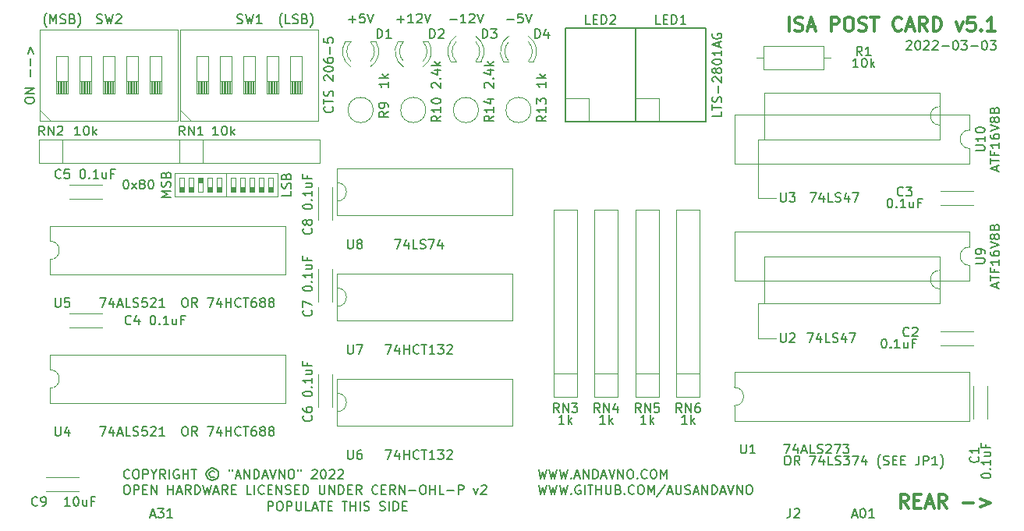
<source format=gto>
G04 #@! TF.GenerationSoftware,KiCad,Pcbnew,(5.1.4)-1*
G04 #@! TF.CreationDate,2022-04-07T22:43:35+09:30*
G04 #@! TF.ProjectId,ISA_POST_Card_v5.1,4953415f-504f-4535-945f-436172645f76,1*
G04 #@! TF.SameCoordinates,Original*
G04 #@! TF.FileFunction,Legend,Top*
G04 #@! TF.FilePolarity,Positive*
%FSLAX46Y46*%
G04 Gerber Fmt 4.6, Leading zero omitted, Abs format (unit mm)*
G04 Created by KiCad (PCBNEW (5.1.4)-1) date 2022-04-07 22:43:35*
%MOMM*%
%LPD*%
G04 APERTURE LIST*
%ADD10C,0.200000*%
%ADD11C,0.150000*%
%ADD12C,0.120000*%
%ADD13C,0.300000*%
%ADD14C,0.100000*%
G04 APERTURE END LIST*
D10*
X123921190Y-117165380D02*
X123921190Y-116165380D01*
X124302142Y-116165380D01*
X124397380Y-116213000D01*
X124445000Y-116260619D01*
X124492619Y-116355857D01*
X124492619Y-116498714D01*
X124445000Y-116593952D01*
X124397380Y-116641571D01*
X124302142Y-116689190D01*
X123921190Y-116689190D01*
X125111666Y-116165380D02*
X125302142Y-116165380D01*
X125397380Y-116213000D01*
X125492619Y-116308238D01*
X125540238Y-116498714D01*
X125540238Y-116832047D01*
X125492619Y-117022523D01*
X125397380Y-117117761D01*
X125302142Y-117165380D01*
X125111666Y-117165380D01*
X125016428Y-117117761D01*
X124921190Y-117022523D01*
X124873571Y-116832047D01*
X124873571Y-116498714D01*
X124921190Y-116308238D01*
X125016428Y-116213000D01*
X125111666Y-116165380D01*
X125968809Y-117165380D02*
X125968809Y-116165380D01*
X126349761Y-116165380D01*
X126445000Y-116213000D01*
X126492619Y-116260619D01*
X126540238Y-116355857D01*
X126540238Y-116498714D01*
X126492619Y-116593952D01*
X126445000Y-116641571D01*
X126349761Y-116689190D01*
X125968809Y-116689190D01*
X126968809Y-116165380D02*
X126968809Y-116974904D01*
X127016428Y-117070142D01*
X127064047Y-117117761D01*
X127159285Y-117165380D01*
X127349761Y-117165380D01*
X127445000Y-117117761D01*
X127492619Y-117070142D01*
X127540238Y-116974904D01*
X127540238Y-116165380D01*
X128492619Y-117165380D02*
X128016428Y-117165380D01*
X128016428Y-116165380D01*
X128778333Y-116879666D02*
X129254523Y-116879666D01*
X128683095Y-117165380D02*
X129016428Y-116165380D01*
X129349761Y-117165380D01*
X129540238Y-116165380D02*
X130111666Y-116165380D01*
X129825952Y-117165380D02*
X129825952Y-116165380D01*
X130445000Y-116641571D02*
X130778333Y-116641571D01*
X130921190Y-117165380D02*
X130445000Y-117165380D01*
X130445000Y-116165380D01*
X130921190Y-116165380D01*
X131968809Y-116165380D02*
X132540238Y-116165380D01*
X132254523Y-117165380D02*
X132254523Y-116165380D01*
X132873571Y-117165380D02*
X132873571Y-116165380D01*
X132873571Y-116641571D02*
X133445000Y-116641571D01*
X133445000Y-117165380D02*
X133445000Y-116165380D01*
X133921190Y-117165380D02*
X133921190Y-116165380D01*
X134349761Y-117117761D02*
X134492619Y-117165380D01*
X134730714Y-117165380D01*
X134825952Y-117117761D01*
X134873571Y-117070142D01*
X134921190Y-116974904D01*
X134921190Y-116879666D01*
X134873571Y-116784428D01*
X134825952Y-116736809D01*
X134730714Y-116689190D01*
X134540238Y-116641571D01*
X134445000Y-116593952D01*
X134397380Y-116546333D01*
X134349761Y-116451095D01*
X134349761Y-116355857D01*
X134397380Y-116260619D01*
X134445000Y-116213000D01*
X134540238Y-116165380D01*
X134778333Y-116165380D01*
X134921190Y-116213000D01*
X136064047Y-117117761D02*
X136206904Y-117165380D01*
X136445000Y-117165380D01*
X136540238Y-117117761D01*
X136587857Y-117070142D01*
X136635476Y-116974904D01*
X136635476Y-116879666D01*
X136587857Y-116784428D01*
X136540238Y-116736809D01*
X136445000Y-116689190D01*
X136254523Y-116641571D01*
X136159285Y-116593952D01*
X136111666Y-116546333D01*
X136064047Y-116451095D01*
X136064047Y-116355857D01*
X136111666Y-116260619D01*
X136159285Y-116213000D01*
X136254523Y-116165380D01*
X136492619Y-116165380D01*
X136635476Y-116213000D01*
X137064047Y-117165380D02*
X137064047Y-116165380D01*
X137540238Y-117165380D02*
X137540238Y-116165380D01*
X137778333Y-116165380D01*
X137921190Y-116213000D01*
X138016428Y-116308238D01*
X138064047Y-116403476D01*
X138111666Y-116593952D01*
X138111666Y-116736809D01*
X138064047Y-116927285D01*
X138016428Y-117022523D01*
X137921190Y-117117761D01*
X137778333Y-117165380D01*
X137540238Y-117165380D01*
X138540238Y-116641571D02*
X138873571Y-116641571D01*
X139016428Y-117165380D02*
X138540238Y-117165380D01*
X138540238Y-116165380D01*
X139016428Y-116165380D01*
D11*
X114826071Y-94067380D02*
X115016547Y-94067380D01*
X115111785Y-94115000D01*
X115207023Y-94210238D01*
X115254642Y-94400714D01*
X115254642Y-94734047D01*
X115207023Y-94924523D01*
X115111785Y-95019761D01*
X115016547Y-95067380D01*
X114826071Y-95067380D01*
X114730833Y-95019761D01*
X114635595Y-94924523D01*
X114587976Y-94734047D01*
X114587976Y-94400714D01*
X114635595Y-94210238D01*
X114730833Y-94115000D01*
X114826071Y-94067380D01*
X116254642Y-95067380D02*
X115921309Y-94591190D01*
X115683214Y-95067380D02*
X115683214Y-94067380D01*
X116064166Y-94067380D01*
X116159404Y-94115000D01*
X116207023Y-94162619D01*
X116254642Y-94257857D01*
X116254642Y-94400714D01*
X116207023Y-94495952D01*
X116159404Y-94543571D01*
X116064166Y-94591190D01*
X115683214Y-94591190D01*
X117349880Y-94067380D02*
X118016547Y-94067380D01*
X117587976Y-95067380D01*
X118826071Y-94400714D02*
X118826071Y-95067380D01*
X118587976Y-94019761D02*
X118349880Y-94734047D01*
X118968928Y-94734047D01*
X119349880Y-95067380D02*
X119349880Y-94067380D01*
X119349880Y-94543571D02*
X119921309Y-94543571D01*
X119921309Y-95067380D02*
X119921309Y-94067380D01*
X120968928Y-94972142D02*
X120921309Y-95019761D01*
X120778452Y-95067380D01*
X120683214Y-95067380D01*
X120540357Y-95019761D01*
X120445119Y-94924523D01*
X120397500Y-94829285D01*
X120349880Y-94638809D01*
X120349880Y-94495952D01*
X120397500Y-94305476D01*
X120445119Y-94210238D01*
X120540357Y-94115000D01*
X120683214Y-94067380D01*
X120778452Y-94067380D01*
X120921309Y-94115000D01*
X120968928Y-94162619D01*
X121254642Y-94067380D02*
X121826071Y-94067380D01*
X121540357Y-95067380D02*
X121540357Y-94067380D01*
X122587976Y-94067380D02*
X122397500Y-94067380D01*
X122302261Y-94115000D01*
X122254642Y-94162619D01*
X122159404Y-94305476D01*
X122111785Y-94495952D01*
X122111785Y-94876904D01*
X122159404Y-94972142D01*
X122207023Y-95019761D01*
X122302261Y-95067380D01*
X122492738Y-95067380D01*
X122587976Y-95019761D01*
X122635595Y-94972142D01*
X122683214Y-94876904D01*
X122683214Y-94638809D01*
X122635595Y-94543571D01*
X122587976Y-94495952D01*
X122492738Y-94448333D01*
X122302261Y-94448333D01*
X122207023Y-94495952D01*
X122159404Y-94543571D01*
X122111785Y-94638809D01*
X123254642Y-94495952D02*
X123159404Y-94448333D01*
X123111785Y-94400714D01*
X123064166Y-94305476D01*
X123064166Y-94257857D01*
X123111785Y-94162619D01*
X123159404Y-94115000D01*
X123254642Y-94067380D01*
X123445119Y-94067380D01*
X123540357Y-94115000D01*
X123587976Y-94162619D01*
X123635595Y-94257857D01*
X123635595Y-94305476D01*
X123587976Y-94400714D01*
X123540357Y-94448333D01*
X123445119Y-94495952D01*
X123254642Y-94495952D01*
X123159404Y-94543571D01*
X123111785Y-94591190D01*
X123064166Y-94686428D01*
X123064166Y-94876904D01*
X123111785Y-94972142D01*
X123159404Y-95019761D01*
X123254642Y-95067380D01*
X123445119Y-95067380D01*
X123540357Y-95019761D01*
X123587976Y-94972142D01*
X123635595Y-94876904D01*
X123635595Y-94686428D01*
X123587976Y-94591190D01*
X123540357Y-94543571D01*
X123445119Y-94495952D01*
X124207023Y-94495952D02*
X124111785Y-94448333D01*
X124064166Y-94400714D01*
X124016547Y-94305476D01*
X124016547Y-94257857D01*
X124064166Y-94162619D01*
X124111785Y-94115000D01*
X124207023Y-94067380D01*
X124397500Y-94067380D01*
X124492738Y-94115000D01*
X124540357Y-94162619D01*
X124587976Y-94257857D01*
X124587976Y-94305476D01*
X124540357Y-94400714D01*
X124492738Y-94448333D01*
X124397500Y-94495952D01*
X124207023Y-94495952D01*
X124111785Y-94543571D01*
X124064166Y-94591190D01*
X124016547Y-94686428D01*
X124016547Y-94876904D01*
X124064166Y-94972142D01*
X124111785Y-95019761D01*
X124207023Y-95067380D01*
X124397500Y-95067380D01*
X124492738Y-95019761D01*
X124540357Y-94972142D01*
X124587976Y-94876904D01*
X124587976Y-94686428D01*
X124540357Y-94591190D01*
X124492738Y-94543571D01*
X124397500Y-94495952D01*
X114826071Y-108037380D02*
X115016547Y-108037380D01*
X115111785Y-108085000D01*
X115207023Y-108180238D01*
X115254642Y-108370714D01*
X115254642Y-108704047D01*
X115207023Y-108894523D01*
X115111785Y-108989761D01*
X115016547Y-109037380D01*
X114826071Y-109037380D01*
X114730833Y-108989761D01*
X114635595Y-108894523D01*
X114587976Y-108704047D01*
X114587976Y-108370714D01*
X114635595Y-108180238D01*
X114730833Y-108085000D01*
X114826071Y-108037380D01*
X116254642Y-109037380D02*
X115921309Y-108561190D01*
X115683214Y-109037380D02*
X115683214Y-108037380D01*
X116064166Y-108037380D01*
X116159404Y-108085000D01*
X116207023Y-108132619D01*
X116254642Y-108227857D01*
X116254642Y-108370714D01*
X116207023Y-108465952D01*
X116159404Y-108513571D01*
X116064166Y-108561190D01*
X115683214Y-108561190D01*
X117349880Y-108037380D02*
X118016547Y-108037380D01*
X117587976Y-109037380D01*
X118826071Y-108370714D02*
X118826071Y-109037380D01*
X118587976Y-107989761D02*
X118349880Y-108704047D01*
X118968928Y-108704047D01*
X119349880Y-109037380D02*
X119349880Y-108037380D01*
X119349880Y-108513571D02*
X119921309Y-108513571D01*
X119921309Y-109037380D02*
X119921309Y-108037380D01*
X120968928Y-108942142D02*
X120921309Y-108989761D01*
X120778452Y-109037380D01*
X120683214Y-109037380D01*
X120540357Y-108989761D01*
X120445119Y-108894523D01*
X120397500Y-108799285D01*
X120349880Y-108608809D01*
X120349880Y-108465952D01*
X120397500Y-108275476D01*
X120445119Y-108180238D01*
X120540357Y-108085000D01*
X120683214Y-108037380D01*
X120778452Y-108037380D01*
X120921309Y-108085000D01*
X120968928Y-108132619D01*
X121254642Y-108037380D02*
X121826071Y-108037380D01*
X121540357Y-109037380D02*
X121540357Y-108037380D01*
X122587976Y-108037380D02*
X122397500Y-108037380D01*
X122302261Y-108085000D01*
X122254642Y-108132619D01*
X122159404Y-108275476D01*
X122111785Y-108465952D01*
X122111785Y-108846904D01*
X122159404Y-108942142D01*
X122207023Y-108989761D01*
X122302261Y-109037380D01*
X122492738Y-109037380D01*
X122587976Y-108989761D01*
X122635595Y-108942142D01*
X122683214Y-108846904D01*
X122683214Y-108608809D01*
X122635595Y-108513571D01*
X122587976Y-108465952D01*
X122492738Y-108418333D01*
X122302261Y-108418333D01*
X122207023Y-108465952D01*
X122159404Y-108513571D01*
X122111785Y-108608809D01*
X123254642Y-108465952D02*
X123159404Y-108418333D01*
X123111785Y-108370714D01*
X123064166Y-108275476D01*
X123064166Y-108227857D01*
X123111785Y-108132619D01*
X123159404Y-108085000D01*
X123254642Y-108037380D01*
X123445119Y-108037380D01*
X123540357Y-108085000D01*
X123587976Y-108132619D01*
X123635595Y-108227857D01*
X123635595Y-108275476D01*
X123587976Y-108370714D01*
X123540357Y-108418333D01*
X123445119Y-108465952D01*
X123254642Y-108465952D01*
X123159404Y-108513571D01*
X123111785Y-108561190D01*
X123064166Y-108656428D01*
X123064166Y-108846904D01*
X123111785Y-108942142D01*
X123159404Y-108989761D01*
X123254642Y-109037380D01*
X123445119Y-109037380D01*
X123540357Y-108989761D01*
X123587976Y-108942142D01*
X123635595Y-108846904D01*
X123635595Y-108656428D01*
X123587976Y-108561190D01*
X123540357Y-108513571D01*
X123445119Y-108465952D01*
X124207023Y-108465952D02*
X124111785Y-108418333D01*
X124064166Y-108370714D01*
X124016547Y-108275476D01*
X124016547Y-108227857D01*
X124064166Y-108132619D01*
X124111785Y-108085000D01*
X124207023Y-108037380D01*
X124397500Y-108037380D01*
X124492738Y-108085000D01*
X124540357Y-108132619D01*
X124587976Y-108227857D01*
X124587976Y-108275476D01*
X124540357Y-108370714D01*
X124492738Y-108418333D01*
X124397500Y-108465952D01*
X124207023Y-108465952D01*
X124111785Y-108513571D01*
X124064166Y-108561190D01*
X124016547Y-108656428D01*
X124016547Y-108846904D01*
X124064166Y-108942142D01*
X124111785Y-108989761D01*
X124207023Y-109037380D01*
X124397500Y-109037380D01*
X124492738Y-108989761D01*
X124540357Y-108942142D01*
X124587976Y-108846904D01*
X124587976Y-108656428D01*
X124540357Y-108561190D01*
X124492738Y-108513571D01*
X124397500Y-108465952D01*
X180231071Y-111212380D02*
X180421547Y-111212380D01*
X180516785Y-111260000D01*
X180612023Y-111355238D01*
X180659642Y-111545714D01*
X180659642Y-111879047D01*
X180612023Y-112069523D01*
X180516785Y-112164761D01*
X180421547Y-112212380D01*
X180231071Y-112212380D01*
X180135833Y-112164761D01*
X180040595Y-112069523D01*
X179992976Y-111879047D01*
X179992976Y-111545714D01*
X180040595Y-111355238D01*
X180135833Y-111260000D01*
X180231071Y-111212380D01*
X181659642Y-112212380D02*
X181326309Y-111736190D01*
X181088214Y-112212380D02*
X181088214Y-111212380D01*
X181469166Y-111212380D01*
X181564404Y-111260000D01*
X181612023Y-111307619D01*
X181659642Y-111402857D01*
X181659642Y-111545714D01*
X181612023Y-111640952D01*
X181564404Y-111688571D01*
X181469166Y-111736190D01*
X181088214Y-111736190D01*
X182754880Y-111212380D02*
X183421547Y-111212380D01*
X182992976Y-112212380D01*
X184231071Y-111545714D02*
X184231071Y-112212380D01*
X183992976Y-111164761D02*
X183754880Y-111879047D01*
X184373928Y-111879047D01*
X185231071Y-112212380D02*
X184754880Y-112212380D01*
X184754880Y-111212380D01*
X185516785Y-112164761D02*
X185659642Y-112212380D01*
X185897738Y-112212380D01*
X185992976Y-112164761D01*
X186040595Y-112117142D01*
X186088214Y-112021904D01*
X186088214Y-111926666D01*
X186040595Y-111831428D01*
X185992976Y-111783809D01*
X185897738Y-111736190D01*
X185707261Y-111688571D01*
X185612023Y-111640952D01*
X185564404Y-111593333D01*
X185516785Y-111498095D01*
X185516785Y-111402857D01*
X185564404Y-111307619D01*
X185612023Y-111260000D01*
X185707261Y-111212380D01*
X185945357Y-111212380D01*
X186088214Y-111260000D01*
X186421547Y-111212380D02*
X187040595Y-111212380D01*
X186707261Y-111593333D01*
X186850119Y-111593333D01*
X186945357Y-111640952D01*
X186992976Y-111688571D01*
X187040595Y-111783809D01*
X187040595Y-112021904D01*
X186992976Y-112117142D01*
X186945357Y-112164761D01*
X186850119Y-112212380D01*
X186564404Y-112212380D01*
X186469166Y-112164761D01*
X186421547Y-112117142D01*
X187373928Y-111212380D02*
X188040595Y-111212380D01*
X187612023Y-112212380D01*
X188850119Y-111545714D02*
X188850119Y-112212380D01*
X188612023Y-111164761D02*
X188373928Y-111879047D01*
X188992976Y-111879047D01*
X190421547Y-112593333D02*
X190373928Y-112545714D01*
X190278690Y-112402857D01*
X190231071Y-112307619D01*
X190183452Y-112164761D01*
X190135833Y-111926666D01*
X190135833Y-111736190D01*
X190183452Y-111498095D01*
X190231071Y-111355238D01*
X190278690Y-111260000D01*
X190373928Y-111117142D01*
X190421547Y-111069523D01*
X190754880Y-112164761D02*
X190897738Y-112212380D01*
X191135833Y-112212380D01*
X191231071Y-112164761D01*
X191278690Y-112117142D01*
X191326309Y-112021904D01*
X191326309Y-111926666D01*
X191278690Y-111831428D01*
X191231071Y-111783809D01*
X191135833Y-111736190D01*
X190945357Y-111688571D01*
X190850119Y-111640952D01*
X190802500Y-111593333D01*
X190754880Y-111498095D01*
X190754880Y-111402857D01*
X190802500Y-111307619D01*
X190850119Y-111260000D01*
X190945357Y-111212380D01*
X191183452Y-111212380D01*
X191326309Y-111260000D01*
X191754880Y-111688571D02*
X192088214Y-111688571D01*
X192231071Y-112212380D02*
X191754880Y-112212380D01*
X191754880Y-111212380D01*
X192231071Y-111212380D01*
X192659642Y-111688571D02*
X192992976Y-111688571D01*
X193135833Y-112212380D02*
X192659642Y-112212380D01*
X192659642Y-111212380D01*
X193135833Y-111212380D01*
X194612023Y-111212380D02*
X194612023Y-111926666D01*
X194564404Y-112069523D01*
X194469166Y-112164761D01*
X194326309Y-112212380D01*
X194231071Y-112212380D01*
X195088214Y-112212380D02*
X195088214Y-111212380D01*
X195469166Y-111212380D01*
X195564404Y-111260000D01*
X195612023Y-111307619D01*
X195659642Y-111402857D01*
X195659642Y-111545714D01*
X195612023Y-111640952D01*
X195564404Y-111688571D01*
X195469166Y-111736190D01*
X195088214Y-111736190D01*
X196612023Y-112212380D02*
X196040595Y-112212380D01*
X196326309Y-112212380D02*
X196326309Y-111212380D01*
X196231071Y-111355238D01*
X196135833Y-111450476D01*
X196040595Y-111498095D01*
X196945357Y-112593333D02*
X196992976Y-112545714D01*
X197088214Y-112402857D01*
X197135833Y-112307619D01*
X197183452Y-112164761D01*
X197231071Y-111926666D01*
X197231071Y-111736190D01*
X197183452Y-111498095D01*
X197135833Y-111355238D01*
X197088214Y-111260000D01*
X196992976Y-111117142D01*
X196945357Y-111069523D01*
D10*
X153307857Y-112687380D02*
X153545952Y-113687380D01*
X153736428Y-112973095D01*
X153926904Y-113687380D01*
X154165000Y-112687380D01*
X154450714Y-112687380D02*
X154688809Y-113687380D01*
X154879285Y-112973095D01*
X155069761Y-113687380D01*
X155307857Y-112687380D01*
X155593571Y-112687380D02*
X155831666Y-113687380D01*
X156022142Y-112973095D01*
X156212619Y-113687380D01*
X156450714Y-112687380D01*
X156831666Y-113592142D02*
X156879285Y-113639761D01*
X156831666Y-113687380D01*
X156784047Y-113639761D01*
X156831666Y-113592142D01*
X156831666Y-113687380D01*
X157260238Y-113401666D02*
X157736428Y-113401666D01*
X157165000Y-113687380D02*
X157498333Y-112687380D01*
X157831666Y-113687380D01*
X158165000Y-113687380D02*
X158165000Y-112687380D01*
X158736428Y-113687380D01*
X158736428Y-112687380D01*
X159212619Y-113687380D02*
X159212619Y-112687380D01*
X159450714Y-112687380D01*
X159593571Y-112735000D01*
X159688809Y-112830238D01*
X159736428Y-112925476D01*
X159784047Y-113115952D01*
X159784047Y-113258809D01*
X159736428Y-113449285D01*
X159688809Y-113544523D01*
X159593571Y-113639761D01*
X159450714Y-113687380D01*
X159212619Y-113687380D01*
X160165000Y-113401666D02*
X160641190Y-113401666D01*
X160069761Y-113687380D02*
X160403095Y-112687380D01*
X160736428Y-113687380D01*
X160926904Y-112687380D02*
X161260238Y-113687380D01*
X161593571Y-112687380D01*
X161926904Y-113687380D02*
X161926904Y-112687380D01*
X162498333Y-113687380D01*
X162498333Y-112687380D01*
X163165000Y-112687380D02*
X163355476Y-112687380D01*
X163450714Y-112735000D01*
X163545952Y-112830238D01*
X163593571Y-113020714D01*
X163593571Y-113354047D01*
X163545952Y-113544523D01*
X163450714Y-113639761D01*
X163355476Y-113687380D01*
X163165000Y-113687380D01*
X163069761Y-113639761D01*
X162974523Y-113544523D01*
X162926904Y-113354047D01*
X162926904Y-113020714D01*
X162974523Y-112830238D01*
X163069761Y-112735000D01*
X163165000Y-112687380D01*
X164022142Y-113592142D02*
X164069761Y-113639761D01*
X164022142Y-113687380D01*
X163974523Y-113639761D01*
X164022142Y-113592142D01*
X164022142Y-113687380D01*
X165069761Y-113592142D02*
X165022142Y-113639761D01*
X164879285Y-113687380D01*
X164784047Y-113687380D01*
X164641190Y-113639761D01*
X164545952Y-113544523D01*
X164498333Y-113449285D01*
X164450714Y-113258809D01*
X164450714Y-113115952D01*
X164498333Y-112925476D01*
X164545952Y-112830238D01*
X164641190Y-112735000D01*
X164784047Y-112687380D01*
X164879285Y-112687380D01*
X165022142Y-112735000D01*
X165069761Y-112782619D01*
X165688809Y-112687380D02*
X165879285Y-112687380D01*
X165974523Y-112735000D01*
X166069761Y-112830238D01*
X166117380Y-113020714D01*
X166117380Y-113354047D01*
X166069761Y-113544523D01*
X165974523Y-113639761D01*
X165879285Y-113687380D01*
X165688809Y-113687380D01*
X165593571Y-113639761D01*
X165498333Y-113544523D01*
X165450714Y-113354047D01*
X165450714Y-113020714D01*
X165498333Y-112830238D01*
X165593571Y-112735000D01*
X165688809Y-112687380D01*
X166545952Y-113687380D02*
X166545952Y-112687380D01*
X166879285Y-113401666D01*
X167212619Y-112687380D01*
X167212619Y-113687380D01*
X153307857Y-114387380D02*
X153545952Y-115387380D01*
X153736428Y-114673095D01*
X153926904Y-115387380D01*
X154165000Y-114387380D01*
X154450714Y-114387380D02*
X154688809Y-115387380D01*
X154879285Y-114673095D01*
X155069761Y-115387380D01*
X155307857Y-114387380D01*
X155593571Y-114387380D02*
X155831666Y-115387380D01*
X156022142Y-114673095D01*
X156212619Y-115387380D01*
X156450714Y-114387380D01*
X156831666Y-115292142D02*
X156879285Y-115339761D01*
X156831666Y-115387380D01*
X156784047Y-115339761D01*
X156831666Y-115292142D01*
X156831666Y-115387380D01*
X157831666Y-114435000D02*
X157736428Y-114387380D01*
X157593571Y-114387380D01*
X157450714Y-114435000D01*
X157355476Y-114530238D01*
X157307857Y-114625476D01*
X157260238Y-114815952D01*
X157260238Y-114958809D01*
X157307857Y-115149285D01*
X157355476Y-115244523D01*
X157450714Y-115339761D01*
X157593571Y-115387380D01*
X157688809Y-115387380D01*
X157831666Y-115339761D01*
X157879285Y-115292142D01*
X157879285Y-114958809D01*
X157688809Y-114958809D01*
X158307857Y-115387380D02*
X158307857Y-114387380D01*
X158641190Y-114387380D02*
X159212619Y-114387380D01*
X158926904Y-115387380D02*
X158926904Y-114387380D01*
X159545952Y-115387380D02*
X159545952Y-114387380D01*
X159545952Y-114863571D02*
X160117380Y-114863571D01*
X160117380Y-115387380D02*
X160117380Y-114387380D01*
X160593571Y-114387380D02*
X160593571Y-115196904D01*
X160641190Y-115292142D01*
X160688809Y-115339761D01*
X160784047Y-115387380D01*
X160974523Y-115387380D01*
X161069761Y-115339761D01*
X161117380Y-115292142D01*
X161165000Y-115196904D01*
X161165000Y-114387380D01*
X161974523Y-114863571D02*
X162117380Y-114911190D01*
X162165000Y-114958809D01*
X162212619Y-115054047D01*
X162212619Y-115196904D01*
X162165000Y-115292142D01*
X162117380Y-115339761D01*
X162022142Y-115387380D01*
X161641190Y-115387380D01*
X161641190Y-114387380D01*
X161974523Y-114387380D01*
X162069761Y-114435000D01*
X162117380Y-114482619D01*
X162165000Y-114577857D01*
X162165000Y-114673095D01*
X162117380Y-114768333D01*
X162069761Y-114815952D01*
X161974523Y-114863571D01*
X161641190Y-114863571D01*
X162641190Y-115292142D02*
X162688809Y-115339761D01*
X162641190Y-115387380D01*
X162593571Y-115339761D01*
X162641190Y-115292142D01*
X162641190Y-115387380D01*
X163688809Y-115292142D02*
X163641190Y-115339761D01*
X163498333Y-115387380D01*
X163403095Y-115387380D01*
X163260238Y-115339761D01*
X163165000Y-115244523D01*
X163117380Y-115149285D01*
X163069761Y-114958809D01*
X163069761Y-114815952D01*
X163117380Y-114625476D01*
X163165000Y-114530238D01*
X163260238Y-114435000D01*
X163403095Y-114387380D01*
X163498333Y-114387380D01*
X163641190Y-114435000D01*
X163688809Y-114482619D01*
X164307857Y-114387380D02*
X164498333Y-114387380D01*
X164593571Y-114435000D01*
X164688809Y-114530238D01*
X164736428Y-114720714D01*
X164736428Y-115054047D01*
X164688809Y-115244523D01*
X164593571Y-115339761D01*
X164498333Y-115387380D01*
X164307857Y-115387380D01*
X164212619Y-115339761D01*
X164117380Y-115244523D01*
X164069761Y-115054047D01*
X164069761Y-114720714D01*
X164117380Y-114530238D01*
X164212619Y-114435000D01*
X164307857Y-114387380D01*
X165165000Y-115387380D02*
X165165000Y-114387380D01*
X165498333Y-115101666D01*
X165831666Y-114387380D01*
X165831666Y-115387380D01*
X167022142Y-114339761D02*
X166165000Y-115625476D01*
X167307857Y-115101666D02*
X167784047Y-115101666D01*
X167212619Y-115387380D02*
X167545952Y-114387380D01*
X167879285Y-115387380D01*
X168212619Y-114387380D02*
X168212619Y-115196904D01*
X168260238Y-115292142D01*
X168307857Y-115339761D01*
X168403095Y-115387380D01*
X168593571Y-115387380D01*
X168688809Y-115339761D01*
X168736428Y-115292142D01*
X168784047Y-115196904D01*
X168784047Y-114387380D01*
X169212619Y-115339761D02*
X169355476Y-115387380D01*
X169593571Y-115387380D01*
X169688809Y-115339761D01*
X169736428Y-115292142D01*
X169784047Y-115196904D01*
X169784047Y-115101666D01*
X169736428Y-115006428D01*
X169688809Y-114958809D01*
X169593571Y-114911190D01*
X169403095Y-114863571D01*
X169307857Y-114815952D01*
X169260238Y-114768333D01*
X169212619Y-114673095D01*
X169212619Y-114577857D01*
X169260238Y-114482619D01*
X169307857Y-114435000D01*
X169403095Y-114387380D01*
X169641190Y-114387380D01*
X169784047Y-114435000D01*
X170165000Y-115101666D02*
X170641190Y-115101666D01*
X170069761Y-115387380D02*
X170403095Y-114387380D01*
X170736428Y-115387380D01*
X171069761Y-115387380D02*
X171069761Y-114387380D01*
X171641190Y-115387380D01*
X171641190Y-114387380D01*
X172117380Y-115387380D02*
X172117380Y-114387380D01*
X172355476Y-114387380D01*
X172498333Y-114435000D01*
X172593571Y-114530238D01*
X172641190Y-114625476D01*
X172688809Y-114815952D01*
X172688809Y-114958809D01*
X172641190Y-115149285D01*
X172593571Y-115244523D01*
X172498333Y-115339761D01*
X172355476Y-115387380D01*
X172117380Y-115387380D01*
X173069761Y-115101666D02*
X173545952Y-115101666D01*
X172974523Y-115387380D02*
X173307857Y-114387380D01*
X173641190Y-115387380D01*
X173831666Y-114387380D02*
X174165000Y-115387380D01*
X174498333Y-114387380D01*
X174831666Y-115387380D02*
X174831666Y-114387380D01*
X175403095Y-115387380D01*
X175403095Y-114387380D01*
X176069761Y-114387380D02*
X176260238Y-114387380D01*
X176355476Y-114435000D01*
X176450714Y-114530238D01*
X176498333Y-114720714D01*
X176498333Y-115054047D01*
X176450714Y-115244523D01*
X176355476Y-115339761D01*
X176260238Y-115387380D01*
X176069761Y-115387380D01*
X175974523Y-115339761D01*
X175879285Y-115244523D01*
X175831666Y-115054047D01*
X175831666Y-114720714D01*
X175879285Y-114530238D01*
X175974523Y-114435000D01*
X176069761Y-114387380D01*
D11*
X125476190Y-64650833D02*
X125428571Y-64603214D01*
X125333333Y-64460357D01*
X125285714Y-64365119D01*
X125238095Y-64222261D01*
X125190476Y-63984166D01*
X125190476Y-63793690D01*
X125238095Y-63555595D01*
X125285714Y-63412738D01*
X125333333Y-63317500D01*
X125428571Y-63174642D01*
X125476190Y-63127023D01*
X126333333Y-64269880D02*
X125857142Y-64269880D01*
X125857142Y-63269880D01*
X126619047Y-64222261D02*
X126761904Y-64269880D01*
X127000000Y-64269880D01*
X127095238Y-64222261D01*
X127142857Y-64174642D01*
X127190476Y-64079404D01*
X127190476Y-63984166D01*
X127142857Y-63888928D01*
X127095238Y-63841309D01*
X127000000Y-63793690D01*
X126809523Y-63746071D01*
X126714285Y-63698452D01*
X126666666Y-63650833D01*
X126619047Y-63555595D01*
X126619047Y-63460357D01*
X126666666Y-63365119D01*
X126714285Y-63317500D01*
X126809523Y-63269880D01*
X127047619Y-63269880D01*
X127190476Y-63317500D01*
X127952380Y-63746071D02*
X128095238Y-63793690D01*
X128142857Y-63841309D01*
X128190476Y-63936547D01*
X128190476Y-64079404D01*
X128142857Y-64174642D01*
X128095238Y-64222261D01*
X128000000Y-64269880D01*
X127619047Y-64269880D01*
X127619047Y-63269880D01*
X127952380Y-63269880D01*
X128047619Y-63317500D01*
X128095238Y-63365119D01*
X128142857Y-63460357D01*
X128142857Y-63555595D01*
X128095238Y-63650833D01*
X128047619Y-63698452D01*
X127952380Y-63746071D01*
X127619047Y-63746071D01*
X128523809Y-64650833D02*
X128571428Y-64603214D01*
X128666666Y-64460357D01*
X128714285Y-64365119D01*
X128761904Y-64222261D01*
X128809523Y-63984166D01*
X128809523Y-63793690D01*
X128761904Y-63555595D01*
X128714285Y-63412738D01*
X128666666Y-63317500D01*
X128571428Y-63174642D01*
X128523809Y-63127023D01*
X99909523Y-64650833D02*
X99861904Y-64603214D01*
X99766666Y-64460357D01*
X99719047Y-64365119D01*
X99671428Y-64222261D01*
X99623809Y-63984166D01*
X99623809Y-63793690D01*
X99671428Y-63555595D01*
X99719047Y-63412738D01*
X99766666Y-63317500D01*
X99861904Y-63174642D01*
X99909523Y-63127023D01*
X100290476Y-64269880D02*
X100290476Y-63269880D01*
X100623809Y-63984166D01*
X100957142Y-63269880D01*
X100957142Y-64269880D01*
X101385714Y-64222261D02*
X101528571Y-64269880D01*
X101766666Y-64269880D01*
X101861904Y-64222261D01*
X101909523Y-64174642D01*
X101957142Y-64079404D01*
X101957142Y-63984166D01*
X101909523Y-63888928D01*
X101861904Y-63841309D01*
X101766666Y-63793690D01*
X101576190Y-63746071D01*
X101480952Y-63698452D01*
X101433333Y-63650833D01*
X101385714Y-63555595D01*
X101385714Y-63460357D01*
X101433333Y-63365119D01*
X101480952Y-63317500D01*
X101576190Y-63269880D01*
X101814285Y-63269880D01*
X101957142Y-63317500D01*
X102719047Y-63746071D02*
X102861904Y-63793690D01*
X102909523Y-63841309D01*
X102957142Y-63936547D01*
X102957142Y-64079404D01*
X102909523Y-64174642D01*
X102861904Y-64222261D01*
X102766666Y-64269880D01*
X102385714Y-64269880D01*
X102385714Y-63269880D01*
X102719047Y-63269880D01*
X102814285Y-63317500D01*
X102861904Y-63365119D01*
X102909523Y-63460357D01*
X102909523Y-63555595D01*
X102861904Y-63650833D01*
X102814285Y-63698452D01*
X102719047Y-63746071D01*
X102385714Y-63746071D01*
X103290476Y-64650833D02*
X103338095Y-64603214D01*
X103433333Y-64460357D01*
X103480952Y-64365119D01*
X103528571Y-64222261D01*
X103576190Y-63984166D01*
X103576190Y-63793690D01*
X103528571Y-63555595D01*
X103480952Y-63412738D01*
X103433333Y-63317500D01*
X103338095Y-63174642D01*
X103290476Y-63127023D01*
D10*
X108889523Y-113592142D02*
X108841904Y-113639761D01*
X108699047Y-113687380D01*
X108603809Y-113687380D01*
X108460952Y-113639761D01*
X108365714Y-113544523D01*
X108318095Y-113449285D01*
X108270476Y-113258809D01*
X108270476Y-113115952D01*
X108318095Y-112925476D01*
X108365714Y-112830238D01*
X108460952Y-112735000D01*
X108603809Y-112687380D01*
X108699047Y-112687380D01*
X108841904Y-112735000D01*
X108889523Y-112782619D01*
X109508571Y-112687380D02*
X109699047Y-112687380D01*
X109794285Y-112735000D01*
X109889523Y-112830238D01*
X109937142Y-113020714D01*
X109937142Y-113354047D01*
X109889523Y-113544523D01*
X109794285Y-113639761D01*
X109699047Y-113687380D01*
X109508571Y-113687380D01*
X109413333Y-113639761D01*
X109318095Y-113544523D01*
X109270476Y-113354047D01*
X109270476Y-113020714D01*
X109318095Y-112830238D01*
X109413333Y-112735000D01*
X109508571Y-112687380D01*
X110365714Y-113687380D02*
X110365714Y-112687380D01*
X110746666Y-112687380D01*
X110841904Y-112735000D01*
X110889523Y-112782619D01*
X110937142Y-112877857D01*
X110937142Y-113020714D01*
X110889523Y-113115952D01*
X110841904Y-113163571D01*
X110746666Y-113211190D01*
X110365714Y-113211190D01*
X111556190Y-113211190D02*
X111556190Y-113687380D01*
X111222857Y-112687380D02*
X111556190Y-113211190D01*
X111889523Y-112687380D01*
X112794285Y-113687380D02*
X112460952Y-113211190D01*
X112222857Y-113687380D02*
X112222857Y-112687380D01*
X112603809Y-112687380D01*
X112699047Y-112735000D01*
X112746666Y-112782619D01*
X112794285Y-112877857D01*
X112794285Y-113020714D01*
X112746666Y-113115952D01*
X112699047Y-113163571D01*
X112603809Y-113211190D01*
X112222857Y-113211190D01*
X113222857Y-113687380D02*
X113222857Y-112687380D01*
X114222857Y-112735000D02*
X114127619Y-112687380D01*
X113984761Y-112687380D01*
X113841904Y-112735000D01*
X113746666Y-112830238D01*
X113699047Y-112925476D01*
X113651428Y-113115952D01*
X113651428Y-113258809D01*
X113699047Y-113449285D01*
X113746666Y-113544523D01*
X113841904Y-113639761D01*
X113984761Y-113687380D01*
X114080000Y-113687380D01*
X114222857Y-113639761D01*
X114270476Y-113592142D01*
X114270476Y-113258809D01*
X114080000Y-113258809D01*
X114699047Y-113687380D02*
X114699047Y-112687380D01*
X114699047Y-113163571D02*
X115270476Y-113163571D01*
X115270476Y-113687380D02*
X115270476Y-112687380D01*
X115603809Y-112687380D02*
X116175238Y-112687380D01*
X115889523Y-113687380D02*
X115889523Y-112687380D01*
X118080000Y-112925476D02*
X117984761Y-112877857D01*
X117794285Y-112877857D01*
X117699047Y-112925476D01*
X117603809Y-113020714D01*
X117556190Y-113115952D01*
X117556190Y-113306428D01*
X117603809Y-113401666D01*
X117699047Y-113496904D01*
X117794285Y-113544523D01*
X117984761Y-113544523D01*
X118080000Y-113496904D01*
X117889523Y-112544523D02*
X117651428Y-112592142D01*
X117413333Y-112735000D01*
X117270476Y-112973095D01*
X117222857Y-113211190D01*
X117270476Y-113449285D01*
X117413333Y-113687380D01*
X117651428Y-113830238D01*
X117889523Y-113877857D01*
X118127619Y-113830238D01*
X118365714Y-113687380D01*
X118508571Y-113449285D01*
X118556190Y-113211190D01*
X118508571Y-112973095D01*
X118365714Y-112735000D01*
X118127619Y-112592142D01*
X117889523Y-112544523D01*
X119699047Y-112687380D02*
X119699047Y-112877857D01*
X120080000Y-112687380D02*
X120080000Y-112877857D01*
X120460952Y-113401666D02*
X120937142Y-113401666D01*
X120365714Y-113687380D02*
X120699047Y-112687380D01*
X121032380Y-113687380D01*
X121365714Y-113687380D02*
X121365714Y-112687380D01*
X121937142Y-113687380D01*
X121937142Y-112687380D01*
X122413333Y-113687380D02*
X122413333Y-112687380D01*
X122651428Y-112687380D01*
X122794285Y-112735000D01*
X122889523Y-112830238D01*
X122937142Y-112925476D01*
X122984761Y-113115952D01*
X122984761Y-113258809D01*
X122937142Y-113449285D01*
X122889523Y-113544523D01*
X122794285Y-113639761D01*
X122651428Y-113687380D01*
X122413333Y-113687380D01*
X123365714Y-113401666D02*
X123841904Y-113401666D01*
X123270476Y-113687380D02*
X123603809Y-112687380D01*
X123937142Y-113687380D01*
X124127619Y-112687380D02*
X124460952Y-113687380D01*
X124794285Y-112687380D01*
X125127619Y-113687380D02*
X125127619Y-112687380D01*
X125699047Y-113687380D01*
X125699047Y-112687380D01*
X126365714Y-112687380D02*
X126556190Y-112687380D01*
X126651428Y-112735000D01*
X126746666Y-112830238D01*
X126794285Y-113020714D01*
X126794285Y-113354047D01*
X126746666Y-113544523D01*
X126651428Y-113639761D01*
X126556190Y-113687380D01*
X126365714Y-113687380D01*
X126270476Y-113639761D01*
X126175238Y-113544523D01*
X126127619Y-113354047D01*
X126127619Y-113020714D01*
X126175238Y-112830238D01*
X126270476Y-112735000D01*
X126365714Y-112687380D01*
X127175238Y-112687380D02*
X127175238Y-112877857D01*
X127556190Y-112687380D02*
X127556190Y-112877857D01*
X128699047Y-112782619D02*
X128746666Y-112735000D01*
X128841904Y-112687380D01*
X129080000Y-112687380D01*
X129175238Y-112735000D01*
X129222857Y-112782619D01*
X129270476Y-112877857D01*
X129270476Y-112973095D01*
X129222857Y-113115952D01*
X128651428Y-113687380D01*
X129270476Y-113687380D01*
X129889523Y-112687380D02*
X129984761Y-112687380D01*
X130080000Y-112735000D01*
X130127619Y-112782619D01*
X130175238Y-112877857D01*
X130222857Y-113068333D01*
X130222857Y-113306428D01*
X130175238Y-113496904D01*
X130127619Y-113592142D01*
X130080000Y-113639761D01*
X129984761Y-113687380D01*
X129889523Y-113687380D01*
X129794285Y-113639761D01*
X129746666Y-113592142D01*
X129699047Y-113496904D01*
X129651428Y-113306428D01*
X129651428Y-113068333D01*
X129699047Y-112877857D01*
X129746666Y-112782619D01*
X129794285Y-112735000D01*
X129889523Y-112687380D01*
X130603809Y-112782619D02*
X130651428Y-112735000D01*
X130746666Y-112687380D01*
X130984761Y-112687380D01*
X131080000Y-112735000D01*
X131127619Y-112782619D01*
X131175238Y-112877857D01*
X131175238Y-112973095D01*
X131127619Y-113115952D01*
X130556190Y-113687380D01*
X131175238Y-113687380D01*
X131556190Y-112782619D02*
X131603809Y-112735000D01*
X131699047Y-112687380D01*
X131937142Y-112687380D01*
X132032380Y-112735000D01*
X132080000Y-112782619D01*
X132127619Y-112877857D01*
X132127619Y-112973095D01*
X132080000Y-113115952D01*
X131508571Y-113687380D01*
X132127619Y-113687380D01*
X108508571Y-114387380D02*
X108699047Y-114387380D01*
X108794285Y-114435000D01*
X108889523Y-114530238D01*
X108937142Y-114720714D01*
X108937142Y-115054047D01*
X108889523Y-115244523D01*
X108794285Y-115339761D01*
X108699047Y-115387380D01*
X108508571Y-115387380D01*
X108413333Y-115339761D01*
X108318095Y-115244523D01*
X108270476Y-115054047D01*
X108270476Y-114720714D01*
X108318095Y-114530238D01*
X108413333Y-114435000D01*
X108508571Y-114387380D01*
X109365714Y-115387380D02*
X109365714Y-114387380D01*
X109746666Y-114387380D01*
X109841904Y-114435000D01*
X109889523Y-114482619D01*
X109937142Y-114577857D01*
X109937142Y-114720714D01*
X109889523Y-114815952D01*
X109841904Y-114863571D01*
X109746666Y-114911190D01*
X109365714Y-114911190D01*
X110365714Y-114863571D02*
X110699047Y-114863571D01*
X110841904Y-115387380D02*
X110365714Y-115387380D01*
X110365714Y-114387380D01*
X110841904Y-114387380D01*
X111270476Y-115387380D02*
X111270476Y-114387380D01*
X111841904Y-115387380D01*
X111841904Y-114387380D01*
X113080000Y-115387380D02*
X113080000Y-114387380D01*
X113080000Y-114863571D02*
X113651428Y-114863571D01*
X113651428Y-115387380D02*
X113651428Y-114387380D01*
X114080000Y-115101666D02*
X114556190Y-115101666D01*
X113984761Y-115387380D02*
X114318095Y-114387380D01*
X114651428Y-115387380D01*
X115556190Y-115387380D02*
X115222857Y-114911190D01*
X114984761Y-115387380D02*
X114984761Y-114387380D01*
X115365714Y-114387380D01*
X115460952Y-114435000D01*
X115508571Y-114482619D01*
X115556190Y-114577857D01*
X115556190Y-114720714D01*
X115508571Y-114815952D01*
X115460952Y-114863571D01*
X115365714Y-114911190D01*
X114984761Y-114911190D01*
X115984761Y-115387380D02*
X115984761Y-114387380D01*
X116222857Y-114387380D01*
X116365714Y-114435000D01*
X116460952Y-114530238D01*
X116508571Y-114625476D01*
X116556190Y-114815952D01*
X116556190Y-114958809D01*
X116508571Y-115149285D01*
X116460952Y-115244523D01*
X116365714Y-115339761D01*
X116222857Y-115387380D01*
X115984761Y-115387380D01*
X116889523Y-114387380D02*
X117127619Y-115387380D01*
X117318095Y-114673095D01*
X117508571Y-115387380D01*
X117746666Y-114387380D01*
X118080000Y-115101666D02*
X118556190Y-115101666D01*
X117984761Y-115387380D02*
X118318095Y-114387380D01*
X118651428Y-115387380D01*
X119556190Y-115387380D02*
X119222857Y-114911190D01*
X118984761Y-115387380D02*
X118984761Y-114387380D01*
X119365714Y-114387380D01*
X119460952Y-114435000D01*
X119508571Y-114482619D01*
X119556190Y-114577857D01*
X119556190Y-114720714D01*
X119508571Y-114815952D01*
X119460952Y-114863571D01*
X119365714Y-114911190D01*
X118984761Y-114911190D01*
X119984761Y-114863571D02*
X120318095Y-114863571D01*
X120460952Y-115387380D02*
X119984761Y-115387380D01*
X119984761Y-114387380D01*
X120460952Y-114387380D01*
X122127619Y-115387380D02*
X121651428Y-115387380D01*
X121651428Y-114387380D01*
X122460952Y-115387380D02*
X122460952Y-114387380D01*
X123508571Y-115292142D02*
X123460952Y-115339761D01*
X123318095Y-115387380D01*
X123222857Y-115387380D01*
X123080000Y-115339761D01*
X122984761Y-115244523D01*
X122937142Y-115149285D01*
X122889523Y-114958809D01*
X122889523Y-114815952D01*
X122937142Y-114625476D01*
X122984761Y-114530238D01*
X123080000Y-114435000D01*
X123222857Y-114387380D01*
X123318095Y-114387380D01*
X123460952Y-114435000D01*
X123508571Y-114482619D01*
X123937142Y-114863571D02*
X124270476Y-114863571D01*
X124413333Y-115387380D02*
X123937142Y-115387380D01*
X123937142Y-114387380D01*
X124413333Y-114387380D01*
X124841904Y-115387380D02*
X124841904Y-114387380D01*
X125413333Y-115387380D01*
X125413333Y-114387380D01*
X125841904Y-115339761D02*
X125984761Y-115387380D01*
X126222857Y-115387380D01*
X126318095Y-115339761D01*
X126365714Y-115292142D01*
X126413333Y-115196904D01*
X126413333Y-115101666D01*
X126365714Y-115006428D01*
X126318095Y-114958809D01*
X126222857Y-114911190D01*
X126032380Y-114863571D01*
X125937142Y-114815952D01*
X125889523Y-114768333D01*
X125841904Y-114673095D01*
X125841904Y-114577857D01*
X125889523Y-114482619D01*
X125937142Y-114435000D01*
X126032380Y-114387380D01*
X126270476Y-114387380D01*
X126413333Y-114435000D01*
X126841904Y-114863571D02*
X127175238Y-114863571D01*
X127318095Y-115387380D02*
X126841904Y-115387380D01*
X126841904Y-114387380D01*
X127318095Y-114387380D01*
X127746666Y-115387380D02*
X127746666Y-114387380D01*
X127984761Y-114387380D01*
X128127619Y-114435000D01*
X128222857Y-114530238D01*
X128270476Y-114625476D01*
X128318095Y-114815952D01*
X128318095Y-114958809D01*
X128270476Y-115149285D01*
X128222857Y-115244523D01*
X128127619Y-115339761D01*
X127984761Y-115387380D01*
X127746666Y-115387380D01*
X129508571Y-114387380D02*
X129508571Y-115196904D01*
X129556190Y-115292142D01*
X129603809Y-115339761D01*
X129699047Y-115387380D01*
X129889523Y-115387380D01*
X129984761Y-115339761D01*
X130032380Y-115292142D01*
X130080000Y-115196904D01*
X130080000Y-114387380D01*
X130556190Y-115387380D02*
X130556190Y-114387380D01*
X131127619Y-115387380D01*
X131127619Y-114387380D01*
X131603809Y-115387380D02*
X131603809Y-114387380D01*
X131841904Y-114387380D01*
X131984761Y-114435000D01*
X132080000Y-114530238D01*
X132127619Y-114625476D01*
X132175238Y-114815952D01*
X132175238Y-114958809D01*
X132127619Y-115149285D01*
X132080000Y-115244523D01*
X131984761Y-115339761D01*
X131841904Y-115387380D01*
X131603809Y-115387380D01*
X132603809Y-114863571D02*
X132937142Y-114863571D01*
X133080000Y-115387380D02*
X132603809Y-115387380D01*
X132603809Y-114387380D01*
X133080000Y-114387380D01*
X134080000Y-115387380D02*
X133746666Y-114911190D01*
X133508571Y-115387380D02*
X133508571Y-114387380D01*
X133889523Y-114387380D01*
X133984761Y-114435000D01*
X134032380Y-114482619D01*
X134080000Y-114577857D01*
X134080000Y-114720714D01*
X134032380Y-114815952D01*
X133984761Y-114863571D01*
X133889523Y-114911190D01*
X133508571Y-114911190D01*
X135841904Y-115292142D02*
X135794285Y-115339761D01*
X135651428Y-115387380D01*
X135556190Y-115387380D01*
X135413333Y-115339761D01*
X135318095Y-115244523D01*
X135270476Y-115149285D01*
X135222857Y-114958809D01*
X135222857Y-114815952D01*
X135270476Y-114625476D01*
X135318095Y-114530238D01*
X135413333Y-114435000D01*
X135556190Y-114387380D01*
X135651428Y-114387380D01*
X135794285Y-114435000D01*
X135841904Y-114482619D01*
X136270476Y-114863571D02*
X136603809Y-114863571D01*
X136746666Y-115387380D02*
X136270476Y-115387380D01*
X136270476Y-114387380D01*
X136746666Y-114387380D01*
X137746666Y-115387380D02*
X137413333Y-114911190D01*
X137175238Y-115387380D02*
X137175238Y-114387380D01*
X137556190Y-114387380D01*
X137651428Y-114435000D01*
X137699047Y-114482619D01*
X137746666Y-114577857D01*
X137746666Y-114720714D01*
X137699047Y-114815952D01*
X137651428Y-114863571D01*
X137556190Y-114911190D01*
X137175238Y-114911190D01*
X138175238Y-115387380D02*
X138175238Y-114387380D01*
X138746666Y-115387380D01*
X138746666Y-114387380D01*
X139222857Y-115006428D02*
X139984761Y-115006428D01*
X140651428Y-114387380D02*
X140841904Y-114387380D01*
X140937142Y-114435000D01*
X141032380Y-114530238D01*
X141080000Y-114720714D01*
X141080000Y-115054047D01*
X141032380Y-115244523D01*
X140937142Y-115339761D01*
X140841904Y-115387380D01*
X140651428Y-115387380D01*
X140556190Y-115339761D01*
X140460952Y-115244523D01*
X140413333Y-115054047D01*
X140413333Y-114720714D01*
X140460952Y-114530238D01*
X140556190Y-114435000D01*
X140651428Y-114387380D01*
X141508571Y-115387380D02*
X141508571Y-114387380D01*
X141508571Y-114863571D02*
X142080000Y-114863571D01*
X142080000Y-115387380D02*
X142080000Y-114387380D01*
X143032380Y-115387380D02*
X142556190Y-115387380D01*
X142556190Y-114387380D01*
X143365714Y-115006428D02*
X144127619Y-115006428D01*
X144603809Y-115387380D02*
X144603809Y-114387380D01*
X144984761Y-114387380D01*
X145080000Y-114435000D01*
X145127619Y-114482619D01*
X145175238Y-114577857D01*
X145175238Y-114720714D01*
X145127619Y-114815952D01*
X145080000Y-114863571D01*
X144984761Y-114911190D01*
X144603809Y-114911190D01*
X146270476Y-114720714D02*
X146508571Y-115387380D01*
X146746666Y-114720714D01*
X147080000Y-114482619D02*
X147127619Y-114435000D01*
X147222857Y-114387380D01*
X147460952Y-114387380D01*
X147556190Y-114435000D01*
X147603809Y-114482619D01*
X147651428Y-114577857D01*
X147651428Y-114673095D01*
X147603809Y-114815952D01*
X147032380Y-115387380D01*
X147651428Y-115387380D01*
D11*
X187358976Y-117641666D02*
X187835166Y-117641666D01*
X187263738Y-117927380D02*
X187597071Y-116927380D01*
X187930404Y-117927380D01*
X188454214Y-116927380D02*
X188549452Y-116927380D01*
X188644690Y-116975000D01*
X188692309Y-117022619D01*
X188739928Y-117117857D01*
X188787547Y-117308333D01*
X188787547Y-117546428D01*
X188739928Y-117736904D01*
X188692309Y-117832142D01*
X188644690Y-117879761D01*
X188549452Y-117927380D01*
X188454214Y-117927380D01*
X188358976Y-117879761D01*
X188311357Y-117832142D01*
X188263738Y-117736904D01*
X188216119Y-117546428D01*
X188216119Y-117308333D01*
X188263738Y-117117857D01*
X188311357Y-117022619D01*
X188358976Y-116975000D01*
X188454214Y-116927380D01*
X189739928Y-117927380D02*
X189168500Y-117927380D01*
X189454214Y-117927380D02*
X189454214Y-116927380D01*
X189358976Y-117070238D01*
X189263738Y-117165476D01*
X189168500Y-117213095D01*
X111158976Y-117641666D02*
X111635166Y-117641666D01*
X111063738Y-117927380D02*
X111397071Y-116927380D01*
X111730404Y-117927380D01*
X111968500Y-116927380D02*
X112587547Y-116927380D01*
X112254214Y-117308333D01*
X112397071Y-117308333D01*
X112492309Y-117355952D01*
X112539928Y-117403571D01*
X112587547Y-117498809D01*
X112587547Y-117736904D01*
X112539928Y-117832142D01*
X112492309Y-117879761D01*
X112397071Y-117927380D01*
X112111357Y-117927380D01*
X112016119Y-117879761D01*
X111968500Y-117832142D01*
X113539928Y-117927380D02*
X112968500Y-117927380D01*
X113254214Y-117927380D02*
X113254214Y-116927380D01*
X113158976Y-117070238D01*
X113063738Y-117165476D01*
X112968500Y-117213095D01*
D12*
X177165000Y-76835000D02*
X177800000Y-76835000D01*
X177165000Y-76835000D02*
X177165000Y-83185000D01*
X177165000Y-83185000D02*
X179070000Y-83185000D01*
D13*
X193449285Y-116883571D02*
X192949285Y-116169285D01*
X192592142Y-116883571D02*
X192592142Y-115383571D01*
X193163571Y-115383571D01*
X193306428Y-115455000D01*
X193377857Y-115526428D01*
X193449285Y-115669285D01*
X193449285Y-115883571D01*
X193377857Y-116026428D01*
X193306428Y-116097857D01*
X193163571Y-116169285D01*
X192592142Y-116169285D01*
X194092142Y-116097857D02*
X194592142Y-116097857D01*
X194806428Y-116883571D02*
X194092142Y-116883571D01*
X194092142Y-115383571D01*
X194806428Y-115383571D01*
X195377857Y-116455000D02*
X196092142Y-116455000D01*
X195235000Y-116883571D02*
X195735000Y-115383571D01*
X196235000Y-116883571D01*
X197592142Y-116883571D02*
X197092142Y-116169285D01*
X196735000Y-116883571D02*
X196735000Y-115383571D01*
X197306428Y-115383571D01*
X197449285Y-115455000D01*
X197520714Y-115526428D01*
X197592142Y-115669285D01*
X197592142Y-115883571D01*
X197520714Y-116026428D01*
X197449285Y-116097857D01*
X197306428Y-116169285D01*
X196735000Y-116169285D01*
X199377857Y-116312142D02*
X200520714Y-116312142D01*
X201235000Y-115883571D02*
X202377857Y-116312142D01*
X201235000Y-116740714D01*
D12*
X121412000Y-82550000D02*
X120904000Y-82550000D01*
X120904000Y-82042000D02*
X121412000Y-82042000D01*
X120904000Y-81026000D02*
X121412000Y-81026000D01*
X120904000Y-82550000D02*
X120904000Y-81026000D01*
X123444000Y-82550000D02*
X122936000Y-82550000D01*
X122936000Y-82042000D02*
X123444000Y-82042000D01*
X122936000Y-81026000D02*
X123444000Y-81026000D01*
X122936000Y-82550000D02*
X122936000Y-81026000D01*
X122428000Y-81026000D02*
X122428000Y-82550000D01*
X122428000Y-82550000D02*
X121920000Y-82550000D01*
X121920000Y-82042000D02*
X122428000Y-82042000D01*
X121920000Y-81026000D02*
X122428000Y-81026000D01*
X121920000Y-82550000D02*
X121920000Y-81026000D01*
X121412000Y-81026000D02*
X121412000Y-82550000D01*
X124460000Y-81026000D02*
X124460000Y-82550000D01*
X124460000Y-82550000D02*
X123952000Y-82550000D01*
X123952000Y-82042000D02*
X124460000Y-82042000D01*
X123952000Y-81026000D02*
X124460000Y-81026000D01*
X123952000Y-82550000D02*
X123952000Y-81026000D01*
X123444000Y-81026000D02*
X123444000Y-82550000D01*
X120396000Y-81026000D02*
X120396000Y-82550000D01*
X120396000Y-82550000D02*
X119888000Y-82550000D01*
X119888000Y-82042000D02*
X120396000Y-82042000D01*
X119888000Y-81026000D02*
X120396000Y-81026000D01*
X119888000Y-82550000D02*
X119888000Y-81026000D01*
X118872000Y-81026000D02*
X118872000Y-82550000D01*
X118872000Y-82550000D02*
X118364000Y-82550000D01*
X118364000Y-82042000D02*
X118872000Y-82042000D01*
X118364000Y-81026000D02*
X118872000Y-81026000D01*
X118364000Y-82550000D02*
X118364000Y-81026000D01*
X117856000Y-81026000D02*
X117856000Y-82550000D01*
X117856000Y-82550000D02*
X117348000Y-82550000D01*
X117348000Y-82042000D02*
X117856000Y-82042000D01*
X117348000Y-81026000D02*
X117856000Y-81026000D01*
X117348000Y-82550000D02*
X117348000Y-81026000D01*
X116332000Y-82550000D02*
X116332000Y-81026000D01*
X116332000Y-81026000D02*
X116840000Y-81026000D01*
X116840000Y-81534000D02*
X116332000Y-81534000D01*
X116840000Y-82550000D02*
X116332000Y-82550000D01*
X116840000Y-81026000D02*
X116840000Y-82550000D01*
X115824000Y-81026000D02*
X115824000Y-82550000D01*
X115824000Y-82550000D02*
X115316000Y-82550000D01*
X115316000Y-82042000D02*
X115824000Y-82042000D01*
X115316000Y-81026000D02*
X115824000Y-81026000D01*
X115316000Y-82550000D02*
X115316000Y-81026000D01*
X177165000Y-98425000D02*
X179070000Y-98425000D01*
X177165000Y-94615000D02*
X177165000Y-98425000D01*
X177165000Y-94615000D02*
X177800000Y-94615000D01*
D11*
X97559880Y-72707142D02*
X97559880Y-72516666D01*
X97607500Y-72421428D01*
X97702738Y-72326190D01*
X97893214Y-72278571D01*
X98226547Y-72278571D01*
X98417023Y-72326190D01*
X98512261Y-72421428D01*
X98559880Y-72516666D01*
X98559880Y-72707142D01*
X98512261Y-72802380D01*
X98417023Y-72897619D01*
X98226547Y-72945238D01*
X97893214Y-72945238D01*
X97702738Y-72897619D01*
X97607500Y-72802380D01*
X97559880Y-72707142D01*
X98559880Y-71850000D02*
X97559880Y-71850000D01*
X98559880Y-71278571D01*
X97559880Y-71278571D01*
X98178928Y-70040476D02*
X98178928Y-69278571D01*
X98178928Y-68802380D02*
X98178928Y-68040476D01*
X97893214Y-67564285D02*
X98178928Y-66802380D01*
X98464642Y-67564285D01*
X113355380Y-83097523D02*
X112355380Y-83097523D01*
X113069666Y-82764190D01*
X112355380Y-82430857D01*
X113355380Y-82430857D01*
X113307761Y-82002285D02*
X113355380Y-81859428D01*
X113355380Y-81621333D01*
X113307761Y-81526095D01*
X113260142Y-81478476D01*
X113164904Y-81430857D01*
X113069666Y-81430857D01*
X112974428Y-81478476D01*
X112926809Y-81526095D01*
X112879190Y-81621333D01*
X112831571Y-81811809D01*
X112783952Y-81907047D01*
X112736333Y-81954666D01*
X112641095Y-82002285D01*
X112545857Y-82002285D01*
X112450619Y-81954666D01*
X112403000Y-81907047D01*
X112355380Y-81811809D01*
X112355380Y-81573714D01*
X112403000Y-81430857D01*
X112831571Y-80668952D02*
X112879190Y-80526095D01*
X112926809Y-80478476D01*
X113022047Y-80430857D01*
X113164904Y-80430857D01*
X113260142Y-80478476D01*
X113307761Y-80526095D01*
X113355380Y-80621333D01*
X113355380Y-81002285D01*
X112355380Y-81002285D01*
X112355380Y-80668952D01*
X112403000Y-80573714D01*
X112450619Y-80526095D01*
X112545857Y-80478476D01*
X112641095Y-80478476D01*
X112736333Y-80526095D01*
X112783952Y-80573714D01*
X112831571Y-80668952D01*
X112831571Y-81002285D01*
X126436380Y-82454666D02*
X126436380Y-82930857D01*
X125436380Y-82930857D01*
X126388761Y-82168952D02*
X126436380Y-82026095D01*
X126436380Y-81788000D01*
X126388761Y-81692761D01*
X126341142Y-81645142D01*
X126245904Y-81597523D01*
X126150666Y-81597523D01*
X126055428Y-81645142D01*
X126007809Y-81692761D01*
X125960190Y-81788000D01*
X125912571Y-81978476D01*
X125864952Y-82073714D01*
X125817333Y-82121333D01*
X125722095Y-82168952D01*
X125626857Y-82168952D01*
X125531619Y-82121333D01*
X125484000Y-82073714D01*
X125436380Y-81978476D01*
X125436380Y-81740380D01*
X125484000Y-81597523D01*
X125912571Y-80835619D02*
X125960190Y-80692761D01*
X126007809Y-80645142D01*
X126103047Y-80597523D01*
X126245904Y-80597523D01*
X126341142Y-80645142D01*
X126388761Y-80692761D01*
X126436380Y-80788000D01*
X126436380Y-81168952D01*
X125436380Y-81168952D01*
X125436380Y-80835619D01*
X125484000Y-80740380D01*
X125531619Y-80692761D01*
X125626857Y-80645142D01*
X125722095Y-80645142D01*
X125817333Y-80692761D01*
X125864952Y-80740380D01*
X125912571Y-80835619D01*
X125912571Y-81168952D01*
D10*
X193233476Y-66222619D02*
X193281095Y-66175000D01*
X193376333Y-66127380D01*
X193614428Y-66127380D01*
X193709666Y-66175000D01*
X193757285Y-66222619D01*
X193804904Y-66317857D01*
X193804904Y-66413095D01*
X193757285Y-66555952D01*
X193185857Y-67127380D01*
X193804904Y-67127380D01*
X194423952Y-66127380D02*
X194519190Y-66127380D01*
X194614428Y-66175000D01*
X194662047Y-66222619D01*
X194709666Y-66317857D01*
X194757285Y-66508333D01*
X194757285Y-66746428D01*
X194709666Y-66936904D01*
X194662047Y-67032142D01*
X194614428Y-67079761D01*
X194519190Y-67127380D01*
X194423952Y-67127380D01*
X194328714Y-67079761D01*
X194281095Y-67032142D01*
X194233476Y-66936904D01*
X194185857Y-66746428D01*
X194185857Y-66508333D01*
X194233476Y-66317857D01*
X194281095Y-66222619D01*
X194328714Y-66175000D01*
X194423952Y-66127380D01*
X195138238Y-66222619D02*
X195185857Y-66175000D01*
X195281095Y-66127380D01*
X195519190Y-66127380D01*
X195614428Y-66175000D01*
X195662047Y-66222619D01*
X195709666Y-66317857D01*
X195709666Y-66413095D01*
X195662047Y-66555952D01*
X195090619Y-67127380D01*
X195709666Y-67127380D01*
X196090619Y-66222619D02*
X196138238Y-66175000D01*
X196233476Y-66127380D01*
X196471571Y-66127380D01*
X196566809Y-66175000D01*
X196614428Y-66222619D01*
X196662047Y-66317857D01*
X196662047Y-66413095D01*
X196614428Y-66555952D01*
X196043000Y-67127380D01*
X196662047Y-67127380D01*
X197090619Y-66746428D02*
X197852523Y-66746428D01*
X198519190Y-66127380D02*
X198614428Y-66127380D01*
X198709666Y-66175000D01*
X198757285Y-66222619D01*
X198804904Y-66317857D01*
X198852523Y-66508333D01*
X198852523Y-66746428D01*
X198804904Y-66936904D01*
X198757285Y-67032142D01*
X198709666Y-67079761D01*
X198614428Y-67127380D01*
X198519190Y-67127380D01*
X198423952Y-67079761D01*
X198376333Y-67032142D01*
X198328714Y-66936904D01*
X198281095Y-66746428D01*
X198281095Y-66508333D01*
X198328714Y-66317857D01*
X198376333Y-66222619D01*
X198423952Y-66175000D01*
X198519190Y-66127380D01*
X199185857Y-66127380D02*
X199804904Y-66127380D01*
X199471571Y-66508333D01*
X199614428Y-66508333D01*
X199709666Y-66555952D01*
X199757285Y-66603571D01*
X199804904Y-66698809D01*
X199804904Y-66936904D01*
X199757285Y-67032142D01*
X199709666Y-67079761D01*
X199614428Y-67127380D01*
X199328714Y-67127380D01*
X199233476Y-67079761D01*
X199185857Y-67032142D01*
X200233476Y-66746428D02*
X200995380Y-66746428D01*
X201662047Y-66127380D02*
X201757285Y-66127380D01*
X201852523Y-66175000D01*
X201900142Y-66222619D01*
X201947761Y-66317857D01*
X201995380Y-66508333D01*
X201995380Y-66746428D01*
X201947761Y-66936904D01*
X201900142Y-67032142D01*
X201852523Y-67079761D01*
X201757285Y-67127380D01*
X201662047Y-67127380D01*
X201566809Y-67079761D01*
X201519190Y-67032142D01*
X201471571Y-66936904D01*
X201423952Y-66746428D01*
X201423952Y-66508333D01*
X201471571Y-66317857D01*
X201519190Y-66222619D01*
X201566809Y-66175000D01*
X201662047Y-66127380D01*
X202328714Y-66127380D02*
X202947761Y-66127380D01*
X202614428Y-66508333D01*
X202757285Y-66508333D01*
X202852523Y-66555952D01*
X202900142Y-66603571D01*
X202947761Y-66698809D01*
X202947761Y-66936904D01*
X202900142Y-67032142D01*
X202852523Y-67079761D01*
X202757285Y-67127380D01*
X202471571Y-67127380D01*
X202376333Y-67079761D01*
X202328714Y-67032142D01*
D11*
X130913142Y-73302380D02*
X130960761Y-73350000D01*
X131008380Y-73492857D01*
X131008380Y-73588095D01*
X130960761Y-73730952D01*
X130865523Y-73826190D01*
X130770285Y-73873809D01*
X130579809Y-73921428D01*
X130436952Y-73921428D01*
X130246476Y-73873809D01*
X130151238Y-73826190D01*
X130056000Y-73730952D01*
X130008380Y-73588095D01*
X130008380Y-73492857D01*
X130056000Y-73350000D01*
X130103619Y-73302380D01*
X130008380Y-73016666D02*
X130008380Y-72445238D01*
X131008380Y-72730952D02*
X130008380Y-72730952D01*
X130960761Y-72159523D02*
X131008380Y-72016666D01*
X131008380Y-71778571D01*
X130960761Y-71683333D01*
X130913142Y-71635714D01*
X130817904Y-71588095D01*
X130722666Y-71588095D01*
X130627428Y-71635714D01*
X130579809Y-71683333D01*
X130532190Y-71778571D01*
X130484571Y-71969047D01*
X130436952Y-72064285D01*
X130389333Y-72111904D01*
X130294095Y-72159523D01*
X130198857Y-72159523D01*
X130103619Y-72111904D01*
X130056000Y-72064285D01*
X130008380Y-71969047D01*
X130008380Y-71730952D01*
X130056000Y-71588095D01*
X130103619Y-70445238D02*
X130056000Y-70397619D01*
X130008380Y-70302380D01*
X130008380Y-70064285D01*
X130056000Y-69969047D01*
X130103619Y-69921428D01*
X130198857Y-69873809D01*
X130294095Y-69873809D01*
X130436952Y-69921428D01*
X131008380Y-70492857D01*
X131008380Y-69873809D01*
X130008380Y-69254761D02*
X130008380Y-69159523D01*
X130056000Y-69064285D01*
X130103619Y-69016666D01*
X130198857Y-68969047D01*
X130389333Y-68921428D01*
X130627428Y-68921428D01*
X130817904Y-68969047D01*
X130913142Y-69016666D01*
X130960761Y-69064285D01*
X131008380Y-69159523D01*
X131008380Y-69254761D01*
X130960761Y-69350000D01*
X130913142Y-69397619D01*
X130817904Y-69445238D01*
X130627428Y-69492857D01*
X130389333Y-69492857D01*
X130198857Y-69445238D01*
X130103619Y-69397619D01*
X130056000Y-69350000D01*
X130008380Y-69254761D01*
X130008380Y-68064285D02*
X130008380Y-68254761D01*
X130056000Y-68350000D01*
X130103619Y-68397619D01*
X130246476Y-68492857D01*
X130436952Y-68540476D01*
X130817904Y-68540476D01*
X130913142Y-68492857D01*
X130960761Y-68445238D01*
X131008380Y-68350000D01*
X131008380Y-68159523D01*
X130960761Y-68064285D01*
X130913142Y-68016666D01*
X130817904Y-67969047D01*
X130579809Y-67969047D01*
X130484571Y-68016666D01*
X130436952Y-68064285D01*
X130389333Y-68159523D01*
X130389333Y-68350000D01*
X130436952Y-68445238D01*
X130484571Y-68492857D01*
X130579809Y-68540476D01*
X130627428Y-67540476D02*
X130627428Y-66778571D01*
X130008380Y-65826190D02*
X130008380Y-66302380D01*
X130484571Y-66350000D01*
X130436952Y-66302380D01*
X130389333Y-66207142D01*
X130389333Y-65969047D01*
X130436952Y-65873809D01*
X130484571Y-65826190D01*
X130579809Y-65778571D01*
X130817904Y-65778571D01*
X130913142Y-65826190D01*
X130960761Y-65873809D01*
X131008380Y-65969047D01*
X131008380Y-66207142D01*
X130960761Y-66302380D01*
X130913142Y-66350000D01*
D12*
X119380000Y-80518000D02*
X119380000Y-83058000D01*
X113792000Y-83058000D02*
X124968000Y-83058000D01*
X113792000Y-83058000D02*
X113792000Y-80518000D01*
X114300000Y-82550000D02*
X114300000Y-81026000D01*
X114300000Y-81026000D02*
X114808000Y-81026000D01*
X114300000Y-82042000D02*
X114808000Y-82042000D01*
X114808000Y-82550000D02*
X114300000Y-82550000D01*
X114808000Y-81026000D02*
X114808000Y-82550000D01*
X113792000Y-80518000D02*
X124968000Y-80518000D01*
X124968000Y-80518000D02*
X124968000Y-83058000D01*
D11*
X108450238Y-81240380D02*
X108545476Y-81240380D01*
X108640714Y-81288000D01*
X108688333Y-81335619D01*
X108735952Y-81430857D01*
X108783571Y-81621333D01*
X108783571Y-81859428D01*
X108735952Y-82049904D01*
X108688333Y-82145142D01*
X108640714Y-82192761D01*
X108545476Y-82240380D01*
X108450238Y-82240380D01*
X108355000Y-82192761D01*
X108307380Y-82145142D01*
X108259761Y-82049904D01*
X108212142Y-81859428D01*
X108212142Y-81621333D01*
X108259761Y-81430857D01*
X108307380Y-81335619D01*
X108355000Y-81288000D01*
X108450238Y-81240380D01*
X109116904Y-82240380D02*
X109640714Y-81573714D01*
X109116904Y-81573714D02*
X109640714Y-82240380D01*
X110164523Y-81668952D02*
X110069285Y-81621333D01*
X110021666Y-81573714D01*
X109974047Y-81478476D01*
X109974047Y-81430857D01*
X110021666Y-81335619D01*
X110069285Y-81288000D01*
X110164523Y-81240380D01*
X110355000Y-81240380D01*
X110450238Y-81288000D01*
X110497857Y-81335619D01*
X110545476Y-81430857D01*
X110545476Y-81478476D01*
X110497857Y-81573714D01*
X110450238Y-81621333D01*
X110355000Y-81668952D01*
X110164523Y-81668952D01*
X110069285Y-81716571D01*
X110021666Y-81764190D01*
X109974047Y-81859428D01*
X109974047Y-82049904D01*
X110021666Y-82145142D01*
X110069285Y-82192761D01*
X110164523Y-82240380D01*
X110355000Y-82240380D01*
X110450238Y-82192761D01*
X110497857Y-82145142D01*
X110545476Y-82049904D01*
X110545476Y-81859428D01*
X110497857Y-81764190D01*
X110450238Y-81716571D01*
X110355000Y-81668952D01*
X111164523Y-81240380D02*
X111259761Y-81240380D01*
X111355000Y-81288000D01*
X111402619Y-81335619D01*
X111450238Y-81430857D01*
X111497857Y-81621333D01*
X111497857Y-81859428D01*
X111450238Y-82049904D01*
X111402619Y-82145142D01*
X111355000Y-82192761D01*
X111259761Y-82240380D01*
X111164523Y-82240380D01*
X111069285Y-82192761D01*
X111021666Y-82145142D01*
X110974047Y-82049904D01*
X110926428Y-81859428D01*
X110926428Y-81621333D01*
X110974047Y-81430857D01*
X111021666Y-81335619D01*
X111069285Y-81288000D01*
X111164523Y-81240380D01*
D10*
X149844285Y-63825428D02*
X150606190Y-63825428D01*
X151558571Y-63206380D02*
X151082380Y-63206380D01*
X151034761Y-63682571D01*
X151082380Y-63634952D01*
X151177619Y-63587333D01*
X151415714Y-63587333D01*
X151510952Y-63634952D01*
X151558571Y-63682571D01*
X151606190Y-63777809D01*
X151606190Y-64015904D01*
X151558571Y-64111142D01*
X151510952Y-64158761D01*
X151415714Y-64206380D01*
X151177619Y-64206380D01*
X151082380Y-64158761D01*
X151034761Y-64111142D01*
X151891904Y-63206380D02*
X152225238Y-64206380D01*
X152558571Y-63206380D01*
X143653095Y-63825428D02*
X144415000Y-63825428D01*
X145415000Y-64206380D02*
X144843571Y-64206380D01*
X145129285Y-64206380D02*
X145129285Y-63206380D01*
X145034047Y-63349238D01*
X144938809Y-63444476D01*
X144843571Y-63492095D01*
X145795952Y-63301619D02*
X145843571Y-63254000D01*
X145938809Y-63206380D01*
X146176904Y-63206380D01*
X146272142Y-63254000D01*
X146319761Y-63301619D01*
X146367380Y-63396857D01*
X146367380Y-63492095D01*
X146319761Y-63634952D01*
X145748333Y-64206380D01*
X146367380Y-64206380D01*
X146653095Y-63206380D02*
X146986428Y-64206380D01*
X147319761Y-63206380D01*
X137938095Y-63825428D02*
X138700000Y-63825428D01*
X138319047Y-64206380D02*
X138319047Y-63444476D01*
X139700000Y-64206380D02*
X139128571Y-64206380D01*
X139414285Y-64206380D02*
X139414285Y-63206380D01*
X139319047Y-63349238D01*
X139223809Y-63444476D01*
X139128571Y-63492095D01*
X140080952Y-63301619D02*
X140128571Y-63254000D01*
X140223809Y-63206380D01*
X140461904Y-63206380D01*
X140557142Y-63254000D01*
X140604761Y-63301619D01*
X140652380Y-63396857D01*
X140652380Y-63492095D01*
X140604761Y-63634952D01*
X140033333Y-64206380D01*
X140652380Y-64206380D01*
X140938095Y-63206380D02*
X141271428Y-64206380D01*
X141604761Y-63206380D01*
X132699285Y-63825428D02*
X133461190Y-63825428D01*
X133080238Y-64206380D02*
X133080238Y-63444476D01*
X134413571Y-63206380D02*
X133937380Y-63206380D01*
X133889761Y-63682571D01*
X133937380Y-63634952D01*
X134032619Y-63587333D01*
X134270714Y-63587333D01*
X134365952Y-63634952D01*
X134413571Y-63682571D01*
X134461190Y-63777809D01*
X134461190Y-64015904D01*
X134413571Y-64111142D01*
X134365952Y-64158761D01*
X134270714Y-64206380D01*
X134032619Y-64206380D01*
X133937380Y-64158761D01*
X133889761Y-64111142D01*
X134746904Y-63206380D02*
X135080238Y-64206380D01*
X135413571Y-63206380D01*
D13*
X180500142Y-65067571D02*
X180500142Y-63567571D01*
X181143000Y-64996142D02*
X181357285Y-65067571D01*
X181714428Y-65067571D01*
X181857285Y-64996142D01*
X181928714Y-64924714D01*
X182000142Y-64781857D01*
X182000142Y-64639000D01*
X181928714Y-64496142D01*
X181857285Y-64424714D01*
X181714428Y-64353285D01*
X181428714Y-64281857D01*
X181285857Y-64210428D01*
X181214428Y-64139000D01*
X181143000Y-63996142D01*
X181143000Y-63853285D01*
X181214428Y-63710428D01*
X181285857Y-63639000D01*
X181428714Y-63567571D01*
X181785857Y-63567571D01*
X182000142Y-63639000D01*
X182571571Y-64639000D02*
X183285857Y-64639000D01*
X182428714Y-65067571D02*
X182928714Y-63567571D01*
X183428714Y-65067571D01*
X185071571Y-65067571D02*
X185071571Y-63567571D01*
X185643000Y-63567571D01*
X185785857Y-63639000D01*
X185857285Y-63710428D01*
X185928714Y-63853285D01*
X185928714Y-64067571D01*
X185857285Y-64210428D01*
X185785857Y-64281857D01*
X185643000Y-64353285D01*
X185071571Y-64353285D01*
X186857285Y-63567571D02*
X187143000Y-63567571D01*
X187285857Y-63639000D01*
X187428714Y-63781857D01*
X187500142Y-64067571D01*
X187500142Y-64567571D01*
X187428714Y-64853285D01*
X187285857Y-64996142D01*
X187143000Y-65067571D01*
X186857285Y-65067571D01*
X186714428Y-64996142D01*
X186571571Y-64853285D01*
X186500142Y-64567571D01*
X186500142Y-64067571D01*
X186571571Y-63781857D01*
X186714428Y-63639000D01*
X186857285Y-63567571D01*
X188071571Y-64996142D02*
X188285857Y-65067571D01*
X188643000Y-65067571D01*
X188785857Y-64996142D01*
X188857285Y-64924714D01*
X188928714Y-64781857D01*
X188928714Y-64639000D01*
X188857285Y-64496142D01*
X188785857Y-64424714D01*
X188643000Y-64353285D01*
X188357285Y-64281857D01*
X188214428Y-64210428D01*
X188143000Y-64139000D01*
X188071571Y-63996142D01*
X188071571Y-63853285D01*
X188143000Y-63710428D01*
X188214428Y-63639000D01*
X188357285Y-63567571D01*
X188714428Y-63567571D01*
X188928714Y-63639000D01*
X189357285Y-63567571D02*
X190214428Y-63567571D01*
X189785857Y-65067571D02*
X189785857Y-63567571D01*
X192714428Y-64924714D02*
X192643000Y-64996142D01*
X192428714Y-65067571D01*
X192285857Y-65067571D01*
X192071571Y-64996142D01*
X191928714Y-64853285D01*
X191857285Y-64710428D01*
X191785857Y-64424714D01*
X191785857Y-64210428D01*
X191857285Y-63924714D01*
X191928714Y-63781857D01*
X192071571Y-63639000D01*
X192285857Y-63567571D01*
X192428714Y-63567571D01*
X192643000Y-63639000D01*
X192714428Y-63710428D01*
X193285857Y-64639000D02*
X194000142Y-64639000D01*
X193143000Y-65067571D02*
X193643000Y-63567571D01*
X194143000Y-65067571D01*
X195500142Y-65067571D02*
X195000142Y-64353285D01*
X194643000Y-65067571D02*
X194643000Y-63567571D01*
X195214428Y-63567571D01*
X195357285Y-63639000D01*
X195428714Y-63710428D01*
X195500142Y-63853285D01*
X195500142Y-64067571D01*
X195428714Y-64210428D01*
X195357285Y-64281857D01*
X195214428Y-64353285D01*
X194643000Y-64353285D01*
X196143000Y-65067571D02*
X196143000Y-63567571D01*
X196500142Y-63567571D01*
X196714428Y-63639000D01*
X196857285Y-63781857D01*
X196928714Y-63924714D01*
X197000142Y-64210428D01*
X197000142Y-64424714D01*
X196928714Y-64710428D01*
X196857285Y-64853285D01*
X196714428Y-64996142D01*
X196500142Y-65067571D01*
X196143000Y-65067571D01*
X198643000Y-64067571D02*
X199000142Y-65067571D01*
X199357285Y-64067571D01*
X200643000Y-63567571D02*
X199928714Y-63567571D01*
X199857285Y-64281857D01*
X199928714Y-64210428D01*
X200071571Y-64139000D01*
X200428714Y-64139000D01*
X200571571Y-64210428D01*
X200643000Y-64281857D01*
X200714428Y-64424714D01*
X200714428Y-64781857D01*
X200643000Y-64924714D01*
X200571571Y-64996142D01*
X200428714Y-65067571D01*
X200071571Y-65067571D01*
X199928714Y-64996142D01*
X199857285Y-64924714D01*
X201357285Y-64924714D02*
X201428714Y-64996142D01*
X201357285Y-65067571D01*
X201285857Y-64996142D01*
X201357285Y-64924714D01*
X201357285Y-65067571D01*
X202857285Y-65067571D02*
X202000142Y-65067571D01*
X202428714Y-65067571D02*
X202428714Y-63567571D01*
X202285857Y-63781857D01*
X202143000Y-63924714D01*
X202000142Y-63996142D01*
D12*
X131445000Y-91440000D02*
X131445000Y-96520000D01*
X150495000Y-91440000D02*
X131445000Y-91440000D01*
X150495000Y-96520000D02*
X150495000Y-91440000D01*
X131445000Y-96520000D02*
X150495000Y-96520000D01*
X131445000Y-92980000D02*
G75*
G02X131445000Y-94980000I0J-1000000D01*
G01*
X103378000Y-113538000D02*
X99822000Y-113538000D01*
X103378000Y-115062000D02*
X99822000Y-115062000D01*
X129413000Y-82042000D02*
X129413000Y-85598000D01*
X130937000Y-82042000D02*
X130937000Y-85598000D01*
X166370000Y-72390000D02*
X166370000Y-74930000D01*
X163830000Y-72390000D02*
X166370000Y-72390000D01*
D11*
X171450000Y-74930000D02*
X171450000Y-64770000D01*
X163830000Y-74930000D02*
X171450000Y-74930000D01*
X163830000Y-64770000D02*
X163830000Y-74930000D01*
X171450000Y-64770000D02*
X163830000Y-64770000D01*
D12*
X131445000Y-80010000D02*
X131445000Y-85090000D01*
X150495000Y-80010000D02*
X131445000Y-80010000D01*
X150495000Y-85090000D02*
X150495000Y-80010000D01*
X131445000Y-85090000D02*
X150495000Y-85090000D01*
X131445000Y-81550000D02*
G75*
G02X131445000Y-83550000I0J-1000000D01*
G01*
X174565000Y-102125000D02*
X174565000Y-103775000D01*
X200085000Y-102125000D02*
X174565000Y-102125000D01*
X200085000Y-107425000D02*
X200085000Y-102125000D01*
X174565000Y-107425000D02*
X200085000Y-107425000D01*
X174565000Y-105775000D02*
X174565000Y-107425000D01*
X174565000Y-103775000D02*
G75*
G02X174565000Y-105775000I0J-1000000D01*
G01*
X131445000Y-102870000D02*
X131445000Y-107950000D01*
X150495000Y-102870000D02*
X131445000Y-102870000D01*
X150495000Y-107950000D02*
X150495000Y-102870000D01*
X131445000Y-107950000D02*
X150495000Y-107950000D01*
X131445000Y-104410000D02*
G75*
G02X131445000Y-106410000I0J-1000000D01*
G01*
X163830000Y-104775000D02*
X166370000Y-104775000D01*
X166370000Y-104775000D02*
X166370000Y-84455000D01*
X166370000Y-84455000D02*
X163830000Y-84455000D01*
X163830000Y-84455000D02*
X163830000Y-104775000D01*
X163830000Y-102235000D02*
X166370000Y-102235000D01*
X145415000Y-72290000D02*
X145415000Y-72220000D01*
X146785000Y-73660000D02*
G75*
G03X146785000Y-73660000I-1370000J0D01*
G01*
X151130000Y-72290000D02*
X151130000Y-72220000D01*
X152500000Y-73660000D02*
G75*
G03X152500000Y-73660000I-1370000J0D01*
G01*
X139700000Y-72290000D02*
X139700000Y-72220000D01*
X141070000Y-73660000D02*
G75*
G03X141070000Y-73660000I-1370000J0D01*
G01*
X133985000Y-72290000D02*
X133985000Y-72220000D01*
X135355000Y-73660000D02*
G75*
G03X135355000Y-73660000I-1370000J0D01*
G01*
X158750000Y-72390000D02*
X158750000Y-74930000D01*
X156210000Y-72390000D02*
X158750000Y-72390000D01*
D11*
X163830000Y-74930000D02*
X163830000Y-64770000D01*
X156210000Y-74930000D02*
X163830000Y-74930000D01*
X156210000Y-64770000D02*
X156210000Y-74930000D01*
X163830000Y-64770000D02*
X156210000Y-64770000D01*
D12*
X177800000Y-94615000D02*
X196850000Y-94615000D01*
X177800000Y-89535000D02*
X177800000Y-94615000D01*
X196850000Y-89535000D02*
X177800000Y-89535000D01*
X196850000Y-94615000D02*
X196850000Y-89535000D01*
X196850000Y-93075000D02*
G75*
G02X196850000Y-91075000I0J1000000D01*
G01*
X168275000Y-104775000D02*
X170815000Y-104775000D01*
X170815000Y-104775000D02*
X170815000Y-84455000D01*
X170815000Y-84455000D02*
X168275000Y-84455000D01*
X168275000Y-84455000D02*
X168275000Y-104775000D01*
X168275000Y-102235000D02*
X170815000Y-102235000D01*
X159385000Y-104775000D02*
X161925000Y-104775000D01*
X161925000Y-104775000D02*
X161925000Y-84455000D01*
X161925000Y-84455000D02*
X159385000Y-84455000D01*
X159385000Y-84455000D02*
X159385000Y-104775000D01*
X159385000Y-102235000D02*
X161925000Y-102235000D01*
X154940000Y-104775000D02*
X157480000Y-104775000D01*
X157480000Y-104775000D02*
X157480000Y-84455000D01*
X157480000Y-84455000D02*
X154940000Y-84455000D01*
X154940000Y-84455000D02*
X154940000Y-104775000D01*
X154940000Y-102235000D02*
X157480000Y-102235000D01*
X111125000Y-70526667D02*
X112395000Y-70526667D01*
X112325000Y-71880000D02*
X112325000Y-70526667D01*
X112205000Y-71880000D02*
X112205000Y-70526667D01*
X112085000Y-71880000D02*
X112085000Y-70526667D01*
X111965000Y-71880000D02*
X111965000Y-70526667D01*
X111845000Y-71880000D02*
X111845000Y-70526667D01*
X111725000Y-71880000D02*
X111725000Y-70526667D01*
X111605000Y-71880000D02*
X111605000Y-70526667D01*
X111485000Y-71880000D02*
X111485000Y-70526667D01*
X111365000Y-71880000D02*
X111365000Y-70526667D01*
X111245000Y-71880000D02*
X111245000Y-70526667D01*
X111125000Y-67820000D02*
X111125000Y-71880000D01*
X112395000Y-67820000D02*
X111125000Y-67820000D01*
X112395000Y-71880000D02*
X112395000Y-67820000D01*
X111125000Y-71880000D02*
X112395000Y-71880000D01*
X108585000Y-70526667D02*
X109855000Y-70526667D01*
X109785000Y-71880000D02*
X109785000Y-70526667D01*
X109665000Y-71880000D02*
X109665000Y-70526667D01*
X109545000Y-71880000D02*
X109545000Y-70526667D01*
X109425000Y-71880000D02*
X109425000Y-70526667D01*
X109305000Y-71880000D02*
X109305000Y-70526667D01*
X109185000Y-71880000D02*
X109185000Y-70526667D01*
X109065000Y-71880000D02*
X109065000Y-70526667D01*
X108945000Y-71880000D02*
X108945000Y-70526667D01*
X108825000Y-71880000D02*
X108825000Y-70526667D01*
X108705000Y-71880000D02*
X108705000Y-70526667D01*
X108585000Y-67820000D02*
X108585000Y-71880000D01*
X109855000Y-67820000D02*
X108585000Y-67820000D01*
X109855000Y-71880000D02*
X109855000Y-67820000D01*
X108585000Y-71880000D02*
X109855000Y-71880000D01*
X106045000Y-70526667D02*
X107315000Y-70526667D01*
X107245000Y-71880000D02*
X107245000Y-70526667D01*
X107125000Y-71880000D02*
X107125000Y-70526667D01*
X107005000Y-71880000D02*
X107005000Y-70526667D01*
X106885000Y-71880000D02*
X106885000Y-70526667D01*
X106765000Y-71880000D02*
X106765000Y-70526667D01*
X106645000Y-71880000D02*
X106645000Y-70526667D01*
X106525000Y-71880000D02*
X106525000Y-70526667D01*
X106405000Y-71880000D02*
X106405000Y-70526667D01*
X106285000Y-71880000D02*
X106285000Y-70526667D01*
X106165000Y-71880000D02*
X106165000Y-70526667D01*
X106045000Y-67820000D02*
X106045000Y-71880000D01*
X107315000Y-67820000D02*
X106045000Y-67820000D01*
X107315000Y-71880000D02*
X107315000Y-67820000D01*
X106045000Y-71880000D02*
X107315000Y-71880000D01*
X103505000Y-70526667D02*
X104775000Y-70526667D01*
X104705000Y-71880000D02*
X104705000Y-70526667D01*
X104585000Y-71880000D02*
X104585000Y-70526667D01*
X104465000Y-71880000D02*
X104465000Y-70526667D01*
X104345000Y-71880000D02*
X104345000Y-70526667D01*
X104225000Y-71880000D02*
X104225000Y-70526667D01*
X104105000Y-71880000D02*
X104105000Y-70526667D01*
X103985000Y-71880000D02*
X103985000Y-70526667D01*
X103865000Y-71880000D02*
X103865000Y-70526667D01*
X103745000Y-71880000D02*
X103745000Y-70526667D01*
X103625000Y-71880000D02*
X103625000Y-70526667D01*
X103505000Y-67820000D02*
X103505000Y-71880000D01*
X104775000Y-67820000D02*
X103505000Y-67820000D01*
X104775000Y-71880000D02*
X104775000Y-67820000D01*
X103505000Y-71880000D02*
X104775000Y-71880000D01*
X100965000Y-70526667D02*
X102235000Y-70526667D01*
X102165000Y-71880000D02*
X102165000Y-70526667D01*
X102045000Y-71880000D02*
X102045000Y-70526667D01*
X101925000Y-71880000D02*
X101925000Y-70526667D01*
X101805000Y-71880000D02*
X101805000Y-70526667D01*
X101685000Y-71880000D02*
X101685000Y-70526667D01*
X101565000Y-71880000D02*
X101565000Y-70526667D01*
X101445000Y-71880000D02*
X101445000Y-70526667D01*
X101325000Y-71880000D02*
X101325000Y-70526667D01*
X101205000Y-71880000D02*
X101205000Y-70526667D01*
X101085000Y-71880000D02*
X101085000Y-70526667D01*
X100965000Y-67820000D02*
X100965000Y-71880000D01*
X102235000Y-67820000D02*
X100965000Y-67820000D01*
X102235000Y-71880000D02*
X102235000Y-67820000D01*
X100965000Y-71880000D02*
X102235000Y-71880000D01*
X100330000Y-74800000D02*
X99180000Y-73660000D01*
X99180000Y-64900000D02*
X114180000Y-64900000D01*
X99180000Y-74800000D02*
X114180000Y-74800000D01*
X114180000Y-74800000D02*
X114180000Y-64900000D01*
X99180000Y-74800000D02*
X99180000Y-64900000D01*
X126365000Y-70526667D02*
X127635000Y-70526667D01*
X127565000Y-71880000D02*
X127565000Y-70526667D01*
X127445000Y-71880000D02*
X127445000Y-70526667D01*
X127325000Y-71880000D02*
X127325000Y-70526667D01*
X127205000Y-71880000D02*
X127205000Y-70526667D01*
X127085000Y-71880000D02*
X127085000Y-70526667D01*
X126965000Y-71880000D02*
X126965000Y-70526667D01*
X126845000Y-71880000D02*
X126845000Y-70526667D01*
X126725000Y-71880000D02*
X126725000Y-70526667D01*
X126605000Y-71880000D02*
X126605000Y-70526667D01*
X126485000Y-71880000D02*
X126485000Y-70526667D01*
X126365000Y-67820000D02*
X126365000Y-71880000D01*
X127635000Y-67820000D02*
X126365000Y-67820000D01*
X127635000Y-71880000D02*
X127635000Y-67820000D01*
X126365000Y-71880000D02*
X127635000Y-71880000D01*
X123825000Y-70526667D02*
X125095000Y-70526667D01*
X125025000Y-71880000D02*
X125025000Y-70526667D01*
X124905000Y-71880000D02*
X124905000Y-70526667D01*
X124785000Y-71880000D02*
X124785000Y-70526667D01*
X124665000Y-71880000D02*
X124665000Y-70526667D01*
X124545000Y-71880000D02*
X124545000Y-70526667D01*
X124425000Y-71880000D02*
X124425000Y-70526667D01*
X124305000Y-71880000D02*
X124305000Y-70526667D01*
X124185000Y-71880000D02*
X124185000Y-70526667D01*
X124065000Y-71880000D02*
X124065000Y-70526667D01*
X123945000Y-71880000D02*
X123945000Y-70526667D01*
X123825000Y-67820000D02*
X123825000Y-71880000D01*
X125095000Y-67820000D02*
X123825000Y-67820000D01*
X125095000Y-71880000D02*
X125095000Y-67820000D01*
X123825000Y-71880000D02*
X125095000Y-71880000D01*
X121285000Y-70526667D02*
X122555000Y-70526667D01*
X122485000Y-71880000D02*
X122485000Y-70526667D01*
X122365000Y-71880000D02*
X122365000Y-70526667D01*
X122245000Y-71880000D02*
X122245000Y-70526667D01*
X122125000Y-71880000D02*
X122125000Y-70526667D01*
X122005000Y-71880000D02*
X122005000Y-70526667D01*
X121885000Y-71880000D02*
X121885000Y-70526667D01*
X121765000Y-71880000D02*
X121765000Y-70526667D01*
X121645000Y-71880000D02*
X121645000Y-70526667D01*
X121525000Y-71880000D02*
X121525000Y-70526667D01*
X121405000Y-71880000D02*
X121405000Y-70526667D01*
X121285000Y-67820000D02*
X121285000Y-71880000D01*
X122555000Y-67820000D02*
X121285000Y-67820000D01*
X122555000Y-71880000D02*
X122555000Y-67820000D01*
X121285000Y-71880000D02*
X122555000Y-71880000D01*
X118745000Y-70526667D02*
X120015000Y-70526667D01*
X119945000Y-71880000D02*
X119945000Y-70526667D01*
X119825000Y-71880000D02*
X119825000Y-70526667D01*
X119705000Y-71880000D02*
X119705000Y-70526667D01*
X119585000Y-71880000D02*
X119585000Y-70526667D01*
X119465000Y-71880000D02*
X119465000Y-70526667D01*
X119345000Y-71880000D02*
X119345000Y-70526667D01*
X119225000Y-71880000D02*
X119225000Y-70526667D01*
X119105000Y-71880000D02*
X119105000Y-70526667D01*
X118985000Y-71880000D02*
X118985000Y-70526667D01*
X118865000Y-71880000D02*
X118865000Y-70526667D01*
X118745000Y-67820000D02*
X118745000Y-71880000D01*
X120015000Y-67820000D02*
X118745000Y-67820000D01*
X120015000Y-71880000D02*
X120015000Y-67820000D01*
X118745000Y-71880000D02*
X120015000Y-71880000D01*
X116205000Y-70526667D02*
X117475000Y-70526667D01*
X117405000Y-71880000D02*
X117405000Y-70526667D01*
X117285000Y-71880000D02*
X117285000Y-70526667D01*
X117165000Y-71880000D02*
X117165000Y-70526667D01*
X117045000Y-71880000D02*
X117045000Y-70526667D01*
X116925000Y-71880000D02*
X116925000Y-70526667D01*
X116805000Y-71880000D02*
X116805000Y-70526667D01*
X116685000Y-71880000D02*
X116685000Y-70526667D01*
X116565000Y-71880000D02*
X116565000Y-70526667D01*
X116445000Y-71880000D02*
X116445000Y-70526667D01*
X116325000Y-71880000D02*
X116325000Y-70526667D01*
X116205000Y-67820000D02*
X116205000Y-71880000D01*
X117475000Y-67820000D02*
X116205000Y-67820000D01*
X117475000Y-71880000D02*
X117475000Y-67820000D01*
X116205000Y-71880000D02*
X117475000Y-71880000D01*
X115570000Y-74800000D02*
X114420000Y-73660000D01*
X114420000Y-64900000D02*
X129420000Y-64900000D01*
X114420000Y-74800000D02*
X129420000Y-74800000D01*
X129420000Y-74800000D02*
X129420000Y-64900000D01*
X114420000Y-74800000D02*
X114420000Y-64900000D01*
X200085000Y-92185000D02*
X200085000Y-90535000D01*
X174565000Y-92185000D02*
X200085000Y-92185000D01*
X174565000Y-86885000D02*
X174565000Y-92185000D01*
X200085000Y-86885000D02*
X174565000Y-86885000D01*
X200085000Y-88535000D02*
X200085000Y-86885000D01*
X200085000Y-90535000D02*
G75*
G02X200085000Y-88535000I0J1000000D01*
G01*
X177800000Y-76835000D02*
X196850000Y-76835000D01*
X177800000Y-71755000D02*
X177800000Y-76835000D01*
X196850000Y-71755000D02*
X177800000Y-71755000D01*
X196850000Y-76835000D02*
X196850000Y-71755000D01*
X196850000Y-75295000D02*
G75*
G02X196850000Y-73295000I0J1000000D01*
G01*
X200085000Y-79485000D02*
X200085000Y-77835000D01*
X174565000Y-79485000D02*
X200085000Y-79485000D01*
X174565000Y-74185000D02*
X174565000Y-79485000D01*
X200085000Y-74185000D02*
X174565000Y-74185000D01*
X200085000Y-75835000D02*
X200085000Y-74185000D01*
X200085000Y-77835000D02*
G75*
G02X200085000Y-75835000I0J1000000D01*
G01*
X152209500Y-68389500D02*
X152781000Y-68389500D01*
X149479000Y-68389500D02*
X150050500Y-68389500D01*
X152209837Y-66268870D02*
G75*
G02X152210000Y-68350961I-1079837J-1041130D01*
G01*
X150050163Y-66268870D02*
G75*
G03X150050000Y-68350961I1079837J-1041130D01*
G01*
X152199174Y-65652294D02*
G75*
G02X152781000Y-68389500I-1069174J-1657706D01*
G01*
X150060827Y-65652293D02*
G75*
G03X149479000Y-68389500I1069173J-1657707D01*
G01*
X146494500Y-68389500D02*
X147066000Y-68389500D01*
X143764000Y-68389500D02*
X144335500Y-68389500D01*
X146494837Y-66268870D02*
G75*
G02X146495000Y-68350961I-1079837J-1041130D01*
G01*
X144335163Y-66268870D02*
G75*
G03X144335000Y-68350961I1079837J-1041130D01*
G01*
X146484174Y-65652294D02*
G75*
G02X147066000Y-68389500I-1069174J-1657706D01*
G01*
X144345827Y-65652293D02*
G75*
G03X143764000Y-68389500I1069173J-1657707D01*
G01*
X138620500Y-66230500D02*
X138049000Y-66230500D01*
X141351000Y-66230500D02*
X140779500Y-66230500D01*
X138620163Y-68351130D02*
G75*
G02X138620000Y-66269039I1079837J1041130D01*
G01*
X140779837Y-68351130D02*
G75*
G03X140780000Y-66269039I-1079837J1041130D01*
G01*
X138630826Y-68967706D02*
G75*
G02X138049000Y-66230500I1069174J1657706D01*
G01*
X140769173Y-68967707D02*
G75*
G03X141351000Y-66230500I-1069173J1657707D01*
G01*
X132905500Y-66230500D02*
X132334000Y-66230500D01*
X135636000Y-66230500D02*
X135064500Y-66230500D01*
X132905163Y-68351130D02*
G75*
G02X132905000Y-66269039I1079837J1041130D01*
G01*
X135064837Y-68351130D02*
G75*
G03X135065000Y-66269039I-1079837J1041130D01*
G01*
X132915826Y-68967706D02*
G75*
G02X132334000Y-66230500I1069174J1657706D01*
G01*
X135054173Y-68967707D02*
G75*
G03X135636000Y-66230500I-1069173J1657707D01*
G01*
X101600000Y-76835000D02*
X101600000Y-79375000D01*
X114300000Y-76835000D02*
X99060000Y-76835000D01*
X114300000Y-79375000D02*
X114300000Y-76835000D01*
X99060000Y-79375000D02*
X114300000Y-79375000D01*
X99060000Y-76835000D02*
X99060000Y-79375000D01*
X116840000Y-76835000D02*
X116840000Y-79375000D01*
X129540000Y-76835000D02*
X114300000Y-76835000D01*
X129540000Y-79375000D02*
X129540000Y-76835000D01*
X114300000Y-79375000D02*
X129540000Y-79375000D01*
X114300000Y-76835000D02*
X114300000Y-79375000D01*
X100270000Y-86250000D02*
X100270000Y-87900000D01*
X125790000Y-86250000D02*
X100270000Y-86250000D01*
X125790000Y-91550000D02*
X125790000Y-86250000D01*
X100270000Y-91550000D02*
X125790000Y-91550000D01*
X100270000Y-89900000D02*
X100270000Y-91550000D01*
X100270000Y-87900000D02*
G75*
G02X100270000Y-89900000I0J-1000000D01*
G01*
X100270000Y-100220000D02*
X100270000Y-101870000D01*
X125790000Y-100220000D02*
X100270000Y-100220000D01*
X125790000Y-105520000D02*
X125790000Y-100220000D01*
X100270000Y-105520000D02*
X125790000Y-105520000D01*
X100270000Y-103870000D02*
X100270000Y-105520000D01*
X100270000Y-101870000D02*
G75*
G02X100270000Y-103870000I0J-1000000D01*
G01*
X176935000Y-67945000D02*
X177705000Y-67945000D01*
X185015000Y-67945000D02*
X184245000Y-67945000D01*
X177705000Y-69215000D02*
X184245000Y-69215000D01*
X177705000Y-66675000D02*
X177705000Y-69215000D01*
X184245000Y-66675000D02*
X177705000Y-66675000D01*
X184245000Y-69215000D02*
X184245000Y-66675000D01*
X129413000Y-90932000D02*
X129413000Y-94488000D01*
X130937000Y-90932000D02*
X130937000Y-94488000D01*
X130937000Y-102362000D02*
X130937000Y-105918000D01*
X129413000Y-102362000D02*
X129413000Y-105918000D01*
X105918000Y-83312000D02*
X102362000Y-83312000D01*
X105918000Y-81788000D02*
X102362000Y-81788000D01*
X105918000Y-95758000D02*
X102362000Y-95758000D01*
X105918000Y-97282000D02*
X102362000Y-97282000D01*
X196977000Y-82423000D02*
X200533000Y-82423000D01*
X196977000Y-83947000D02*
X200533000Y-83947000D01*
X196977000Y-99187000D02*
X200533000Y-99187000D01*
X196977000Y-97663000D02*
X200533000Y-97663000D01*
X200533000Y-103632000D02*
X200533000Y-107188000D01*
X202057000Y-103632000D02*
X202057000Y-107188000D01*
D11*
X180641666Y-116927380D02*
X180641666Y-117641666D01*
X180594047Y-117784523D01*
X180498809Y-117879761D01*
X180355952Y-117927380D01*
X180260714Y-117927380D01*
X181070238Y-117022619D02*
X181117857Y-116975000D01*
X181213095Y-116927380D01*
X181451190Y-116927380D01*
X181546428Y-116975000D01*
X181594047Y-117022619D01*
X181641666Y-117117857D01*
X181641666Y-117213095D01*
X181594047Y-117355952D01*
X181022619Y-117927380D01*
X181641666Y-117927380D01*
X132588095Y-99147380D02*
X132588095Y-99956904D01*
X132635714Y-100052142D01*
X132683333Y-100099761D01*
X132778571Y-100147380D01*
X132969047Y-100147380D01*
X133064285Y-100099761D01*
X133111904Y-100052142D01*
X133159523Y-99956904D01*
X133159523Y-99147380D01*
X133540476Y-99147380D02*
X134207142Y-99147380D01*
X133778571Y-100147380D01*
X136692142Y-99147380D02*
X137358809Y-99147380D01*
X136930238Y-100147380D01*
X138168333Y-99480714D02*
X138168333Y-100147380D01*
X137930238Y-99099761D02*
X137692142Y-99814047D01*
X138311190Y-99814047D01*
X138692142Y-100147380D02*
X138692142Y-99147380D01*
X138692142Y-99623571D02*
X139263571Y-99623571D01*
X139263571Y-100147380D02*
X139263571Y-99147380D01*
X140311190Y-100052142D02*
X140263571Y-100099761D01*
X140120714Y-100147380D01*
X140025476Y-100147380D01*
X139882619Y-100099761D01*
X139787380Y-100004523D01*
X139739761Y-99909285D01*
X139692142Y-99718809D01*
X139692142Y-99575952D01*
X139739761Y-99385476D01*
X139787380Y-99290238D01*
X139882619Y-99195000D01*
X140025476Y-99147380D01*
X140120714Y-99147380D01*
X140263571Y-99195000D01*
X140311190Y-99242619D01*
X140596904Y-99147380D02*
X141168333Y-99147380D01*
X140882619Y-100147380D02*
X140882619Y-99147380D01*
X142025476Y-100147380D02*
X141454047Y-100147380D01*
X141739761Y-100147380D02*
X141739761Y-99147380D01*
X141644523Y-99290238D01*
X141549285Y-99385476D01*
X141454047Y-99433095D01*
X142358809Y-99147380D02*
X142977857Y-99147380D01*
X142644523Y-99528333D01*
X142787380Y-99528333D01*
X142882619Y-99575952D01*
X142930238Y-99623571D01*
X142977857Y-99718809D01*
X142977857Y-99956904D01*
X142930238Y-100052142D01*
X142882619Y-100099761D01*
X142787380Y-100147380D01*
X142501666Y-100147380D01*
X142406428Y-100099761D01*
X142358809Y-100052142D01*
X143358809Y-99242619D02*
X143406428Y-99195000D01*
X143501666Y-99147380D01*
X143739761Y-99147380D01*
X143835000Y-99195000D01*
X143882619Y-99242619D01*
X143930238Y-99337857D01*
X143930238Y-99433095D01*
X143882619Y-99575952D01*
X143311190Y-100147380D01*
X143930238Y-100147380D01*
X98893333Y-116562142D02*
X98845714Y-116609761D01*
X98702857Y-116657380D01*
X98607619Y-116657380D01*
X98464761Y-116609761D01*
X98369523Y-116514523D01*
X98321904Y-116419285D01*
X98274285Y-116228809D01*
X98274285Y-116085952D01*
X98321904Y-115895476D01*
X98369523Y-115800238D01*
X98464761Y-115705000D01*
X98607619Y-115657380D01*
X98702857Y-115657380D01*
X98845714Y-115705000D01*
X98893333Y-115752619D01*
X99369523Y-116657380D02*
X99560000Y-116657380D01*
X99655238Y-116609761D01*
X99702857Y-116562142D01*
X99798095Y-116419285D01*
X99845714Y-116228809D01*
X99845714Y-115847857D01*
X99798095Y-115752619D01*
X99750476Y-115705000D01*
X99655238Y-115657380D01*
X99464761Y-115657380D01*
X99369523Y-115705000D01*
X99321904Y-115752619D01*
X99274285Y-115847857D01*
X99274285Y-116085952D01*
X99321904Y-116181190D01*
X99369523Y-116228809D01*
X99464761Y-116276428D01*
X99655238Y-116276428D01*
X99750476Y-116228809D01*
X99798095Y-116181190D01*
X99845714Y-116085952D01*
X102433571Y-116657380D02*
X101862142Y-116657380D01*
X102147857Y-116657380D02*
X102147857Y-115657380D01*
X102052619Y-115800238D01*
X101957380Y-115895476D01*
X101862142Y-115943095D01*
X103052619Y-115657380D02*
X103147857Y-115657380D01*
X103243095Y-115705000D01*
X103290714Y-115752619D01*
X103338333Y-115847857D01*
X103385952Y-116038333D01*
X103385952Y-116276428D01*
X103338333Y-116466904D01*
X103290714Y-116562142D01*
X103243095Y-116609761D01*
X103147857Y-116657380D01*
X103052619Y-116657380D01*
X102957380Y-116609761D01*
X102909761Y-116562142D01*
X102862142Y-116466904D01*
X102814523Y-116276428D01*
X102814523Y-116038333D01*
X102862142Y-115847857D01*
X102909761Y-115752619D01*
X102957380Y-115705000D01*
X103052619Y-115657380D01*
X104243095Y-115990714D02*
X104243095Y-116657380D01*
X103814523Y-115990714D02*
X103814523Y-116514523D01*
X103862142Y-116609761D01*
X103957380Y-116657380D01*
X104100238Y-116657380D01*
X104195476Y-116609761D01*
X104243095Y-116562142D01*
X105052619Y-116133571D02*
X104719285Y-116133571D01*
X104719285Y-116657380D02*
X104719285Y-115657380D01*
X105195476Y-115657380D01*
X128627142Y-86526666D02*
X128674761Y-86574285D01*
X128722380Y-86717142D01*
X128722380Y-86812380D01*
X128674761Y-86955238D01*
X128579523Y-87050476D01*
X128484285Y-87098095D01*
X128293809Y-87145714D01*
X128150952Y-87145714D01*
X127960476Y-87098095D01*
X127865238Y-87050476D01*
X127770000Y-86955238D01*
X127722380Y-86812380D01*
X127722380Y-86717142D01*
X127770000Y-86574285D01*
X127817619Y-86526666D01*
X128150952Y-85955238D02*
X128103333Y-86050476D01*
X128055714Y-86098095D01*
X127960476Y-86145714D01*
X127912857Y-86145714D01*
X127817619Y-86098095D01*
X127770000Y-86050476D01*
X127722380Y-85955238D01*
X127722380Y-85764761D01*
X127770000Y-85669523D01*
X127817619Y-85621904D01*
X127912857Y-85574285D01*
X127960476Y-85574285D01*
X128055714Y-85621904D01*
X128103333Y-85669523D01*
X128150952Y-85764761D01*
X128150952Y-85955238D01*
X128198571Y-86050476D01*
X128246190Y-86098095D01*
X128341428Y-86145714D01*
X128531904Y-86145714D01*
X128627142Y-86098095D01*
X128674761Y-86050476D01*
X128722380Y-85955238D01*
X128722380Y-85764761D01*
X128674761Y-85669523D01*
X128627142Y-85621904D01*
X128531904Y-85574285D01*
X128341428Y-85574285D01*
X128246190Y-85621904D01*
X128198571Y-85669523D01*
X128150952Y-85764761D01*
X127722380Y-84192857D02*
X127722380Y-84097619D01*
X127770000Y-84002380D01*
X127817619Y-83954761D01*
X127912857Y-83907142D01*
X128103333Y-83859523D01*
X128341428Y-83859523D01*
X128531904Y-83907142D01*
X128627142Y-83954761D01*
X128674761Y-84002380D01*
X128722380Y-84097619D01*
X128722380Y-84192857D01*
X128674761Y-84288095D01*
X128627142Y-84335714D01*
X128531904Y-84383333D01*
X128341428Y-84430952D01*
X128103333Y-84430952D01*
X127912857Y-84383333D01*
X127817619Y-84335714D01*
X127770000Y-84288095D01*
X127722380Y-84192857D01*
X128627142Y-83430952D02*
X128674761Y-83383333D01*
X128722380Y-83430952D01*
X128674761Y-83478571D01*
X128627142Y-83430952D01*
X128722380Y-83430952D01*
X128722380Y-82430952D02*
X128722380Y-83002380D01*
X128722380Y-82716666D02*
X127722380Y-82716666D01*
X127865238Y-82811904D01*
X127960476Y-82907142D01*
X128008095Y-83002380D01*
X128055714Y-81573809D02*
X128722380Y-81573809D01*
X128055714Y-82002380D02*
X128579523Y-82002380D01*
X128674761Y-81954761D01*
X128722380Y-81859523D01*
X128722380Y-81716666D01*
X128674761Y-81621428D01*
X128627142Y-81573809D01*
X128198571Y-80764285D02*
X128198571Y-81097619D01*
X128722380Y-81097619D02*
X127722380Y-81097619D01*
X127722380Y-80621428D01*
X166520952Y-64333380D02*
X166044761Y-64333380D01*
X166044761Y-63333380D01*
X166854285Y-63809571D02*
X167187619Y-63809571D01*
X167330476Y-64333380D02*
X166854285Y-64333380D01*
X166854285Y-63333380D01*
X167330476Y-63333380D01*
X167759047Y-64333380D02*
X167759047Y-63333380D01*
X167997142Y-63333380D01*
X168140000Y-63381000D01*
X168235238Y-63476238D01*
X168282857Y-63571476D01*
X168330476Y-63761952D01*
X168330476Y-63904809D01*
X168282857Y-64095285D01*
X168235238Y-64190523D01*
X168140000Y-64285761D01*
X167997142Y-64333380D01*
X167759047Y-64333380D01*
X169282857Y-64333380D02*
X168711428Y-64333380D01*
X168997142Y-64333380D02*
X168997142Y-63333380D01*
X168901904Y-63476238D01*
X168806666Y-63571476D01*
X168711428Y-63619095D01*
X173172380Y-73850000D02*
X173172380Y-74326190D01*
X172172380Y-74326190D01*
X172172380Y-73659523D02*
X172172380Y-73088095D01*
X173172380Y-73373809D02*
X172172380Y-73373809D01*
X173124761Y-72802380D02*
X173172380Y-72659523D01*
X173172380Y-72421428D01*
X173124761Y-72326190D01*
X173077142Y-72278571D01*
X172981904Y-72230952D01*
X172886666Y-72230952D01*
X172791428Y-72278571D01*
X172743809Y-72326190D01*
X172696190Y-72421428D01*
X172648571Y-72611904D01*
X172600952Y-72707142D01*
X172553333Y-72754761D01*
X172458095Y-72802380D01*
X172362857Y-72802380D01*
X172267619Y-72754761D01*
X172220000Y-72707142D01*
X172172380Y-72611904D01*
X172172380Y-72373809D01*
X172220000Y-72230952D01*
X172791428Y-71802380D02*
X172791428Y-71040476D01*
X172267619Y-70611904D02*
X172220000Y-70564285D01*
X172172380Y-70469047D01*
X172172380Y-70230952D01*
X172220000Y-70135714D01*
X172267619Y-70088095D01*
X172362857Y-70040476D01*
X172458095Y-70040476D01*
X172600952Y-70088095D01*
X173172380Y-70659523D01*
X173172380Y-70040476D01*
X172600952Y-69469047D02*
X172553333Y-69564285D01*
X172505714Y-69611904D01*
X172410476Y-69659523D01*
X172362857Y-69659523D01*
X172267619Y-69611904D01*
X172220000Y-69564285D01*
X172172380Y-69469047D01*
X172172380Y-69278571D01*
X172220000Y-69183333D01*
X172267619Y-69135714D01*
X172362857Y-69088095D01*
X172410476Y-69088095D01*
X172505714Y-69135714D01*
X172553333Y-69183333D01*
X172600952Y-69278571D01*
X172600952Y-69469047D01*
X172648571Y-69564285D01*
X172696190Y-69611904D01*
X172791428Y-69659523D01*
X172981904Y-69659523D01*
X173077142Y-69611904D01*
X173124761Y-69564285D01*
X173172380Y-69469047D01*
X173172380Y-69278571D01*
X173124761Y-69183333D01*
X173077142Y-69135714D01*
X172981904Y-69088095D01*
X172791428Y-69088095D01*
X172696190Y-69135714D01*
X172648571Y-69183333D01*
X172600952Y-69278571D01*
X172172380Y-68469047D02*
X172172380Y-68373809D01*
X172220000Y-68278571D01*
X172267619Y-68230952D01*
X172362857Y-68183333D01*
X172553333Y-68135714D01*
X172791428Y-68135714D01*
X172981904Y-68183333D01*
X173077142Y-68230952D01*
X173124761Y-68278571D01*
X173172380Y-68373809D01*
X173172380Y-68469047D01*
X173124761Y-68564285D01*
X173077142Y-68611904D01*
X172981904Y-68659523D01*
X172791428Y-68707142D01*
X172553333Y-68707142D01*
X172362857Y-68659523D01*
X172267619Y-68611904D01*
X172220000Y-68564285D01*
X172172380Y-68469047D01*
X173172380Y-67183333D02*
X173172380Y-67754761D01*
X173172380Y-67469047D02*
X172172380Y-67469047D01*
X172315238Y-67564285D01*
X172410476Y-67659523D01*
X172458095Y-67754761D01*
X172886666Y-66802380D02*
X172886666Y-66326190D01*
X173172380Y-66897619D02*
X172172380Y-66564285D01*
X173172380Y-66230952D01*
X172220000Y-65373809D02*
X172172380Y-65469047D01*
X172172380Y-65611904D01*
X172220000Y-65754761D01*
X172315238Y-65850000D01*
X172410476Y-65897619D01*
X172600952Y-65945238D01*
X172743809Y-65945238D01*
X172934285Y-65897619D01*
X173029523Y-65850000D01*
X173124761Y-65754761D01*
X173172380Y-65611904D01*
X173172380Y-65516666D01*
X173124761Y-65373809D01*
X173077142Y-65326190D01*
X172743809Y-65326190D01*
X172743809Y-65516666D01*
X132588095Y-87717380D02*
X132588095Y-88526904D01*
X132635714Y-88622142D01*
X132683333Y-88669761D01*
X132778571Y-88717380D01*
X132969047Y-88717380D01*
X133064285Y-88669761D01*
X133111904Y-88622142D01*
X133159523Y-88526904D01*
X133159523Y-87717380D01*
X133778571Y-88145952D02*
X133683333Y-88098333D01*
X133635714Y-88050714D01*
X133588095Y-87955476D01*
X133588095Y-87907857D01*
X133635714Y-87812619D01*
X133683333Y-87765000D01*
X133778571Y-87717380D01*
X133969047Y-87717380D01*
X134064285Y-87765000D01*
X134111904Y-87812619D01*
X134159523Y-87907857D01*
X134159523Y-87955476D01*
X134111904Y-88050714D01*
X134064285Y-88098333D01*
X133969047Y-88145952D01*
X133778571Y-88145952D01*
X133683333Y-88193571D01*
X133635714Y-88241190D01*
X133588095Y-88336428D01*
X133588095Y-88526904D01*
X133635714Y-88622142D01*
X133683333Y-88669761D01*
X133778571Y-88717380D01*
X133969047Y-88717380D01*
X134064285Y-88669761D01*
X134111904Y-88622142D01*
X134159523Y-88526904D01*
X134159523Y-88336428D01*
X134111904Y-88241190D01*
X134064285Y-88193571D01*
X133969047Y-88145952D01*
X137692142Y-87717380D02*
X138358809Y-87717380D01*
X137930238Y-88717380D01*
X139168333Y-88050714D02*
X139168333Y-88717380D01*
X138930238Y-87669761D02*
X138692142Y-88384047D01*
X139311190Y-88384047D01*
X140168333Y-88717380D02*
X139692142Y-88717380D01*
X139692142Y-87717380D01*
X140454047Y-88669761D02*
X140596904Y-88717380D01*
X140835000Y-88717380D01*
X140930238Y-88669761D01*
X140977857Y-88622142D01*
X141025476Y-88526904D01*
X141025476Y-88431666D01*
X140977857Y-88336428D01*
X140930238Y-88288809D01*
X140835000Y-88241190D01*
X140644523Y-88193571D01*
X140549285Y-88145952D01*
X140501666Y-88098333D01*
X140454047Y-88003095D01*
X140454047Y-87907857D01*
X140501666Y-87812619D01*
X140549285Y-87765000D01*
X140644523Y-87717380D01*
X140882619Y-87717380D01*
X141025476Y-87765000D01*
X141358809Y-87717380D02*
X142025476Y-87717380D01*
X141596904Y-88717380D01*
X142835000Y-88050714D02*
X142835000Y-88717380D01*
X142596904Y-87669761D02*
X142358809Y-88384047D01*
X142977857Y-88384047D01*
X175260095Y-109942380D02*
X175260095Y-110751904D01*
X175307714Y-110847142D01*
X175355333Y-110894761D01*
X175450571Y-110942380D01*
X175641047Y-110942380D01*
X175736285Y-110894761D01*
X175783904Y-110847142D01*
X175831523Y-110751904D01*
X175831523Y-109942380D01*
X176831523Y-110942380D02*
X176260095Y-110942380D01*
X176545809Y-110942380D02*
X176545809Y-109942380D01*
X176450571Y-110085238D01*
X176355333Y-110180476D01*
X176260095Y-110228095D01*
X179945357Y-109942380D02*
X180612023Y-109942380D01*
X180183452Y-110942380D01*
X181421547Y-110275714D02*
X181421547Y-110942380D01*
X181183452Y-109894761D02*
X180945357Y-110609047D01*
X181564404Y-110609047D01*
X181897738Y-110656666D02*
X182373928Y-110656666D01*
X181802500Y-110942380D02*
X182135833Y-109942380D01*
X182469166Y-110942380D01*
X183278690Y-110942380D02*
X182802500Y-110942380D01*
X182802500Y-109942380D01*
X183564404Y-110894761D02*
X183707261Y-110942380D01*
X183945357Y-110942380D01*
X184040595Y-110894761D01*
X184088214Y-110847142D01*
X184135833Y-110751904D01*
X184135833Y-110656666D01*
X184088214Y-110561428D01*
X184040595Y-110513809D01*
X183945357Y-110466190D01*
X183754880Y-110418571D01*
X183659642Y-110370952D01*
X183612023Y-110323333D01*
X183564404Y-110228095D01*
X183564404Y-110132857D01*
X183612023Y-110037619D01*
X183659642Y-109990000D01*
X183754880Y-109942380D01*
X183992976Y-109942380D01*
X184135833Y-109990000D01*
X184516785Y-110037619D02*
X184564404Y-109990000D01*
X184659642Y-109942380D01*
X184897738Y-109942380D01*
X184992976Y-109990000D01*
X185040595Y-110037619D01*
X185088214Y-110132857D01*
X185088214Y-110228095D01*
X185040595Y-110370952D01*
X184469166Y-110942380D01*
X185088214Y-110942380D01*
X185421547Y-109942380D02*
X186088214Y-109942380D01*
X185659642Y-110942380D01*
X186373928Y-109942380D02*
X186992976Y-109942380D01*
X186659642Y-110323333D01*
X186802500Y-110323333D01*
X186897738Y-110370952D01*
X186945357Y-110418571D01*
X186992976Y-110513809D01*
X186992976Y-110751904D01*
X186945357Y-110847142D01*
X186897738Y-110894761D01*
X186802500Y-110942380D01*
X186516785Y-110942380D01*
X186421547Y-110894761D01*
X186373928Y-110847142D01*
X132588095Y-110577380D02*
X132588095Y-111386904D01*
X132635714Y-111482142D01*
X132683333Y-111529761D01*
X132778571Y-111577380D01*
X132969047Y-111577380D01*
X133064285Y-111529761D01*
X133111904Y-111482142D01*
X133159523Y-111386904D01*
X133159523Y-110577380D01*
X134064285Y-110577380D02*
X133873809Y-110577380D01*
X133778571Y-110625000D01*
X133730952Y-110672619D01*
X133635714Y-110815476D01*
X133588095Y-111005952D01*
X133588095Y-111386904D01*
X133635714Y-111482142D01*
X133683333Y-111529761D01*
X133778571Y-111577380D01*
X133969047Y-111577380D01*
X134064285Y-111529761D01*
X134111904Y-111482142D01*
X134159523Y-111386904D01*
X134159523Y-111148809D01*
X134111904Y-111053571D01*
X134064285Y-111005952D01*
X133969047Y-110958333D01*
X133778571Y-110958333D01*
X133683333Y-111005952D01*
X133635714Y-111053571D01*
X133588095Y-111148809D01*
X136692142Y-110577380D02*
X137358809Y-110577380D01*
X136930238Y-111577380D01*
X138168333Y-110910714D02*
X138168333Y-111577380D01*
X137930238Y-110529761D02*
X137692142Y-111244047D01*
X138311190Y-111244047D01*
X138692142Y-111577380D02*
X138692142Y-110577380D01*
X138692142Y-111053571D02*
X139263571Y-111053571D01*
X139263571Y-111577380D02*
X139263571Y-110577380D01*
X140311190Y-111482142D02*
X140263571Y-111529761D01*
X140120714Y-111577380D01*
X140025476Y-111577380D01*
X139882619Y-111529761D01*
X139787380Y-111434523D01*
X139739761Y-111339285D01*
X139692142Y-111148809D01*
X139692142Y-111005952D01*
X139739761Y-110815476D01*
X139787380Y-110720238D01*
X139882619Y-110625000D01*
X140025476Y-110577380D01*
X140120714Y-110577380D01*
X140263571Y-110625000D01*
X140311190Y-110672619D01*
X140596904Y-110577380D02*
X141168333Y-110577380D01*
X140882619Y-111577380D02*
X140882619Y-110577380D01*
X142025476Y-111577380D02*
X141454047Y-111577380D01*
X141739761Y-111577380D02*
X141739761Y-110577380D01*
X141644523Y-110720238D01*
X141549285Y-110815476D01*
X141454047Y-110863095D01*
X142358809Y-110577380D02*
X142977857Y-110577380D01*
X142644523Y-110958333D01*
X142787380Y-110958333D01*
X142882619Y-111005952D01*
X142930238Y-111053571D01*
X142977857Y-111148809D01*
X142977857Y-111386904D01*
X142930238Y-111482142D01*
X142882619Y-111529761D01*
X142787380Y-111577380D01*
X142501666Y-111577380D01*
X142406428Y-111529761D01*
X142358809Y-111482142D01*
X143358809Y-110672619D02*
X143406428Y-110625000D01*
X143501666Y-110577380D01*
X143739761Y-110577380D01*
X143835000Y-110625000D01*
X143882619Y-110672619D01*
X143930238Y-110767857D01*
X143930238Y-110863095D01*
X143882619Y-111005952D01*
X143311190Y-111577380D01*
X143930238Y-111577380D01*
X164409523Y-106497380D02*
X164076190Y-106021190D01*
X163838095Y-106497380D02*
X163838095Y-105497380D01*
X164219047Y-105497380D01*
X164314285Y-105545000D01*
X164361904Y-105592619D01*
X164409523Y-105687857D01*
X164409523Y-105830714D01*
X164361904Y-105925952D01*
X164314285Y-105973571D01*
X164219047Y-106021190D01*
X163838095Y-106021190D01*
X164838095Y-106497380D02*
X164838095Y-105497380D01*
X165409523Y-106497380D01*
X165409523Y-105497380D01*
X166361904Y-105497380D02*
X165885714Y-105497380D01*
X165838095Y-105973571D01*
X165885714Y-105925952D01*
X165980952Y-105878333D01*
X166219047Y-105878333D01*
X166314285Y-105925952D01*
X166361904Y-105973571D01*
X166409523Y-106068809D01*
X166409523Y-106306904D01*
X166361904Y-106402142D01*
X166314285Y-106449761D01*
X166219047Y-106497380D01*
X165980952Y-106497380D01*
X165885714Y-106449761D01*
X165838095Y-106402142D01*
X164980952Y-107767380D02*
X164409523Y-107767380D01*
X164695238Y-107767380D02*
X164695238Y-106767380D01*
X164600000Y-106910238D01*
X164504761Y-107005476D01*
X164409523Y-107053095D01*
X165409523Y-107767380D02*
X165409523Y-106767380D01*
X165504761Y-107386428D02*
X165790476Y-107767380D01*
X165790476Y-107100714D02*
X165409523Y-107481666D01*
X148407380Y-74302857D02*
X147931190Y-74636190D01*
X148407380Y-74874285D02*
X147407380Y-74874285D01*
X147407380Y-74493333D01*
X147455000Y-74398095D01*
X147502619Y-74350476D01*
X147597857Y-74302857D01*
X147740714Y-74302857D01*
X147835952Y-74350476D01*
X147883571Y-74398095D01*
X147931190Y-74493333D01*
X147931190Y-74874285D01*
X148407380Y-73350476D02*
X148407380Y-73921904D01*
X148407380Y-73636190D02*
X147407380Y-73636190D01*
X147550238Y-73731428D01*
X147645476Y-73826666D01*
X147693095Y-73921904D01*
X147740714Y-72493333D02*
X148407380Y-72493333D01*
X147359761Y-72731428D02*
X148074047Y-72969523D01*
X148074047Y-72350476D01*
X147502619Y-71254761D02*
X147455000Y-71207142D01*
X147407380Y-71111904D01*
X147407380Y-70873809D01*
X147455000Y-70778571D01*
X147502619Y-70730952D01*
X147597857Y-70683333D01*
X147693095Y-70683333D01*
X147835952Y-70730952D01*
X148407380Y-71302380D01*
X148407380Y-70683333D01*
X148312142Y-70254761D02*
X148359761Y-70207142D01*
X148407380Y-70254761D01*
X148359761Y-70302380D01*
X148312142Y-70254761D01*
X148407380Y-70254761D01*
X147740714Y-69350000D02*
X148407380Y-69350000D01*
X147359761Y-69588095D02*
X148074047Y-69826190D01*
X148074047Y-69207142D01*
X148407380Y-68826190D02*
X147407380Y-68826190D01*
X148026428Y-68730952D02*
X148407380Y-68445238D01*
X147740714Y-68445238D02*
X148121666Y-68826190D01*
X154122380Y-74302857D02*
X153646190Y-74636190D01*
X154122380Y-74874285D02*
X153122380Y-74874285D01*
X153122380Y-74493333D01*
X153170000Y-74398095D01*
X153217619Y-74350476D01*
X153312857Y-74302857D01*
X153455714Y-74302857D01*
X153550952Y-74350476D01*
X153598571Y-74398095D01*
X153646190Y-74493333D01*
X153646190Y-74874285D01*
X154122380Y-73350476D02*
X154122380Y-73921904D01*
X154122380Y-73636190D02*
X153122380Y-73636190D01*
X153265238Y-73731428D01*
X153360476Y-73826666D01*
X153408095Y-73921904D01*
X153122380Y-73017142D02*
X153122380Y-72398095D01*
X153503333Y-72731428D01*
X153503333Y-72588571D01*
X153550952Y-72493333D01*
X153598571Y-72445714D01*
X153693809Y-72398095D01*
X153931904Y-72398095D01*
X154027142Y-72445714D01*
X154074761Y-72493333D01*
X154122380Y-72588571D01*
X154122380Y-72874285D01*
X154074761Y-72969523D01*
X154027142Y-73017142D01*
X154122380Y-70604047D02*
X154122380Y-71175476D01*
X154122380Y-70889761D02*
X153122380Y-70889761D01*
X153265238Y-70985000D01*
X153360476Y-71080238D01*
X153408095Y-71175476D01*
X154122380Y-70175476D02*
X153122380Y-70175476D01*
X153741428Y-70080238D02*
X154122380Y-69794523D01*
X153455714Y-69794523D02*
X153836666Y-70175476D01*
X142692380Y-74302857D02*
X142216190Y-74636190D01*
X142692380Y-74874285D02*
X141692380Y-74874285D01*
X141692380Y-74493333D01*
X141740000Y-74398095D01*
X141787619Y-74350476D01*
X141882857Y-74302857D01*
X142025714Y-74302857D01*
X142120952Y-74350476D01*
X142168571Y-74398095D01*
X142216190Y-74493333D01*
X142216190Y-74874285D01*
X142692380Y-73350476D02*
X142692380Y-73921904D01*
X142692380Y-73636190D02*
X141692380Y-73636190D01*
X141835238Y-73731428D01*
X141930476Y-73826666D01*
X141978095Y-73921904D01*
X141692380Y-72731428D02*
X141692380Y-72636190D01*
X141740000Y-72540952D01*
X141787619Y-72493333D01*
X141882857Y-72445714D01*
X142073333Y-72398095D01*
X142311428Y-72398095D01*
X142501904Y-72445714D01*
X142597142Y-72493333D01*
X142644761Y-72540952D01*
X142692380Y-72636190D01*
X142692380Y-72731428D01*
X142644761Y-72826666D01*
X142597142Y-72874285D01*
X142501904Y-72921904D01*
X142311428Y-72969523D01*
X142073333Y-72969523D01*
X141882857Y-72921904D01*
X141787619Y-72874285D01*
X141740000Y-72826666D01*
X141692380Y-72731428D01*
X141787619Y-71254761D02*
X141740000Y-71207142D01*
X141692380Y-71111904D01*
X141692380Y-70873809D01*
X141740000Y-70778571D01*
X141787619Y-70730952D01*
X141882857Y-70683333D01*
X141978095Y-70683333D01*
X142120952Y-70730952D01*
X142692380Y-71302380D01*
X142692380Y-70683333D01*
X142597142Y-70254761D02*
X142644761Y-70207142D01*
X142692380Y-70254761D01*
X142644761Y-70302380D01*
X142597142Y-70254761D01*
X142692380Y-70254761D01*
X142025714Y-69350000D02*
X142692380Y-69350000D01*
X141644761Y-69588095D02*
X142359047Y-69826190D01*
X142359047Y-69207142D01*
X142692380Y-68826190D02*
X141692380Y-68826190D01*
X142311428Y-68730952D02*
X142692380Y-68445238D01*
X142025714Y-68445238D02*
X142406666Y-68826190D01*
X136977380Y-73826666D02*
X136501190Y-74160000D01*
X136977380Y-74398095D02*
X135977380Y-74398095D01*
X135977380Y-74017142D01*
X136025000Y-73921904D01*
X136072619Y-73874285D01*
X136167857Y-73826666D01*
X136310714Y-73826666D01*
X136405952Y-73874285D01*
X136453571Y-73921904D01*
X136501190Y-74017142D01*
X136501190Y-74398095D01*
X136977380Y-73350476D02*
X136977380Y-73160000D01*
X136929761Y-73064761D01*
X136882142Y-73017142D01*
X136739285Y-72921904D01*
X136548809Y-72874285D01*
X136167857Y-72874285D01*
X136072619Y-72921904D01*
X136025000Y-72969523D01*
X135977380Y-73064761D01*
X135977380Y-73255238D01*
X136025000Y-73350476D01*
X136072619Y-73398095D01*
X136167857Y-73445714D01*
X136405952Y-73445714D01*
X136501190Y-73398095D01*
X136548809Y-73350476D01*
X136596428Y-73255238D01*
X136596428Y-73064761D01*
X136548809Y-72969523D01*
X136501190Y-72921904D01*
X136405952Y-72874285D01*
X136977380Y-70604047D02*
X136977380Y-71175476D01*
X136977380Y-70889761D02*
X135977380Y-70889761D01*
X136120238Y-70985000D01*
X136215476Y-71080238D01*
X136263095Y-71175476D01*
X136977380Y-70175476D02*
X135977380Y-70175476D01*
X136596428Y-70080238D02*
X136977380Y-69794523D01*
X136310714Y-69794523D02*
X136691666Y-70175476D01*
X158900952Y-64333380D02*
X158424761Y-64333380D01*
X158424761Y-63333380D01*
X159234285Y-63809571D02*
X159567619Y-63809571D01*
X159710476Y-64333380D02*
X159234285Y-64333380D01*
X159234285Y-63333380D01*
X159710476Y-63333380D01*
X160139047Y-64333380D02*
X160139047Y-63333380D01*
X160377142Y-63333380D01*
X160520000Y-63381000D01*
X160615238Y-63476238D01*
X160662857Y-63571476D01*
X160710476Y-63761952D01*
X160710476Y-63904809D01*
X160662857Y-64095285D01*
X160615238Y-64190523D01*
X160520000Y-64285761D01*
X160377142Y-64333380D01*
X160139047Y-64333380D01*
X161091428Y-63428619D02*
X161139047Y-63381000D01*
X161234285Y-63333380D01*
X161472380Y-63333380D01*
X161567619Y-63381000D01*
X161615238Y-63428619D01*
X161662857Y-63523857D01*
X161662857Y-63619095D01*
X161615238Y-63761952D01*
X161043809Y-64333380D01*
X161662857Y-64333380D01*
X179578095Y-97877380D02*
X179578095Y-98686904D01*
X179625714Y-98782142D01*
X179673333Y-98829761D01*
X179768571Y-98877380D01*
X179959047Y-98877380D01*
X180054285Y-98829761D01*
X180101904Y-98782142D01*
X180149523Y-98686904D01*
X180149523Y-97877380D01*
X180578095Y-97972619D02*
X180625714Y-97925000D01*
X180720952Y-97877380D01*
X180959047Y-97877380D01*
X181054285Y-97925000D01*
X181101904Y-97972619D01*
X181149523Y-98067857D01*
X181149523Y-98163095D01*
X181101904Y-98305952D01*
X180530476Y-98877380D01*
X181149523Y-98877380D01*
X182459642Y-97877380D02*
X183126309Y-97877380D01*
X182697738Y-98877380D01*
X183935833Y-98210714D02*
X183935833Y-98877380D01*
X183697738Y-97829761D02*
X183459642Y-98544047D01*
X184078690Y-98544047D01*
X184935833Y-98877380D02*
X184459642Y-98877380D01*
X184459642Y-97877380D01*
X185221547Y-98829761D02*
X185364404Y-98877380D01*
X185602500Y-98877380D01*
X185697738Y-98829761D01*
X185745357Y-98782142D01*
X185792976Y-98686904D01*
X185792976Y-98591666D01*
X185745357Y-98496428D01*
X185697738Y-98448809D01*
X185602500Y-98401190D01*
X185412023Y-98353571D01*
X185316785Y-98305952D01*
X185269166Y-98258333D01*
X185221547Y-98163095D01*
X185221547Y-98067857D01*
X185269166Y-97972619D01*
X185316785Y-97925000D01*
X185412023Y-97877380D01*
X185650119Y-97877380D01*
X185792976Y-97925000D01*
X186650119Y-98210714D02*
X186650119Y-98877380D01*
X186412023Y-97829761D02*
X186173928Y-98544047D01*
X186792976Y-98544047D01*
X187078690Y-97877380D02*
X187745357Y-97877380D01*
X187316785Y-98877380D01*
X168854523Y-106497380D02*
X168521190Y-106021190D01*
X168283095Y-106497380D02*
X168283095Y-105497380D01*
X168664047Y-105497380D01*
X168759285Y-105545000D01*
X168806904Y-105592619D01*
X168854523Y-105687857D01*
X168854523Y-105830714D01*
X168806904Y-105925952D01*
X168759285Y-105973571D01*
X168664047Y-106021190D01*
X168283095Y-106021190D01*
X169283095Y-106497380D02*
X169283095Y-105497380D01*
X169854523Y-106497380D01*
X169854523Y-105497380D01*
X170759285Y-105497380D02*
X170568809Y-105497380D01*
X170473571Y-105545000D01*
X170425952Y-105592619D01*
X170330714Y-105735476D01*
X170283095Y-105925952D01*
X170283095Y-106306904D01*
X170330714Y-106402142D01*
X170378333Y-106449761D01*
X170473571Y-106497380D01*
X170664047Y-106497380D01*
X170759285Y-106449761D01*
X170806904Y-106402142D01*
X170854523Y-106306904D01*
X170854523Y-106068809D01*
X170806904Y-105973571D01*
X170759285Y-105925952D01*
X170664047Y-105878333D01*
X170473571Y-105878333D01*
X170378333Y-105925952D01*
X170330714Y-105973571D01*
X170283095Y-106068809D01*
X169425952Y-107767380D02*
X168854523Y-107767380D01*
X169140238Y-107767380D02*
X169140238Y-106767380D01*
X169045000Y-106910238D01*
X168949761Y-107005476D01*
X168854523Y-107053095D01*
X169854523Y-107767380D02*
X169854523Y-106767380D01*
X169949761Y-107386428D02*
X170235476Y-107767380D01*
X170235476Y-107100714D02*
X169854523Y-107481666D01*
X159964523Y-106497380D02*
X159631190Y-106021190D01*
X159393095Y-106497380D02*
X159393095Y-105497380D01*
X159774047Y-105497380D01*
X159869285Y-105545000D01*
X159916904Y-105592619D01*
X159964523Y-105687857D01*
X159964523Y-105830714D01*
X159916904Y-105925952D01*
X159869285Y-105973571D01*
X159774047Y-106021190D01*
X159393095Y-106021190D01*
X160393095Y-106497380D02*
X160393095Y-105497380D01*
X160964523Y-106497380D01*
X160964523Y-105497380D01*
X161869285Y-105830714D02*
X161869285Y-106497380D01*
X161631190Y-105449761D02*
X161393095Y-106164047D01*
X162012142Y-106164047D01*
X160535952Y-107767380D02*
X159964523Y-107767380D01*
X160250238Y-107767380D02*
X160250238Y-106767380D01*
X160155000Y-106910238D01*
X160059761Y-107005476D01*
X159964523Y-107053095D01*
X160964523Y-107767380D02*
X160964523Y-106767380D01*
X161059761Y-107386428D02*
X161345476Y-107767380D01*
X161345476Y-107100714D02*
X160964523Y-107481666D01*
X155519523Y-106497380D02*
X155186190Y-106021190D01*
X154948095Y-106497380D02*
X154948095Y-105497380D01*
X155329047Y-105497380D01*
X155424285Y-105545000D01*
X155471904Y-105592619D01*
X155519523Y-105687857D01*
X155519523Y-105830714D01*
X155471904Y-105925952D01*
X155424285Y-105973571D01*
X155329047Y-106021190D01*
X154948095Y-106021190D01*
X155948095Y-106497380D02*
X155948095Y-105497380D01*
X156519523Y-106497380D01*
X156519523Y-105497380D01*
X156900476Y-105497380D02*
X157519523Y-105497380D01*
X157186190Y-105878333D01*
X157329047Y-105878333D01*
X157424285Y-105925952D01*
X157471904Y-105973571D01*
X157519523Y-106068809D01*
X157519523Y-106306904D01*
X157471904Y-106402142D01*
X157424285Y-106449761D01*
X157329047Y-106497380D01*
X157043333Y-106497380D01*
X156948095Y-106449761D01*
X156900476Y-106402142D01*
X156090952Y-107767380D02*
X155519523Y-107767380D01*
X155805238Y-107767380D02*
X155805238Y-106767380D01*
X155710000Y-106910238D01*
X155614761Y-107005476D01*
X155519523Y-107053095D01*
X156519523Y-107767380D02*
X156519523Y-106767380D01*
X156614761Y-107386428D02*
X156900476Y-107767380D01*
X156900476Y-107100714D02*
X156519523Y-107481666D01*
X105346666Y-64222261D02*
X105489523Y-64269880D01*
X105727619Y-64269880D01*
X105822857Y-64222261D01*
X105870476Y-64174642D01*
X105918095Y-64079404D01*
X105918095Y-63984166D01*
X105870476Y-63888928D01*
X105822857Y-63841309D01*
X105727619Y-63793690D01*
X105537142Y-63746071D01*
X105441904Y-63698452D01*
X105394285Y-63650833D01*
X105346666Y-63555595D01*
X105346666Y-63460357D01*
X105394285Y-63365119D01*
X105441904Y-63317500D01*
X105537142Y-63269880D01*
X105775238Y-63269880D01*
X105918095Y-63317500D01*
X106251428Y-63269880D02*
X106489523Y-64269880D01*
X106680000Y-63555595D01*
X106870476Y-64269880D01*
X107108571Y-63269880D01*
X107441904Y-63365119D02*
X107489523Y-63317500D01*
X107584761Y-63269880D01*
X107822857Y-63269880D01*
X107918095Y-63317500D01*
X107965714Y-63365119D01*
X108013333Y-63460357D01*
X108013333Y-63555595D01*
X107965714Y-63698452D01*
X107394285Y-64269880D01*
X108013333Y-64269880D01*
X120586666Y-64222261D02*
X120729523Y-64269880D01*
X120967619Y-64269880D01*
X121062857Y-64222261D01*
X121110476Y-64174642D01*
X121158095Y-64079404D01*
X121158095Y-63984166D01*
X121110476Y-63888928D01*
X121062857Y-63841309D01*
X120967619Y-63793690D01*
X120777142Y-63746071D01*
X120681904Y-63698452D01*
X120634285Y-63650833D01*
X120586666Y-63555595D01*
X120586666Y-63460357D01*
X120634285Y-63365119D01*
X120681904Y-63317500D01*
X120777142Y-63269880D01*
X121015238Y-63269880D01*
X121158095Y-63317500D01*
X121491428Y-63269880D02*
X121729523Y-64269880D01*
X121920000Y-63555595D01*
X122110476Y-64269880D01*
X122348571Y-63269880D01*
X123253333Y-64269880D02*
X122681904Y-64269880D01*
X122967619Y-64269880D02*
X122967619Y-63269880D01*
X122872380Y-63412738D01*
X122777142Y-63507976D01*
X122681904Y-63555595D01*
X200747380Y-90296904D02*
X201556904Y-90296904D01*
X201652142Y-90249285D01*
X201699761Y-90201666D01*
X201747380Y-90106428D01*
X201747380Y-89915952D01*
X201699761Y-89820714D01*
X201652142Y-89773095D01*
X201556904Y-89725476D01*
X200747380Y-89725476D01*
X201747380Y-89201666D02*
X201747380Y-89011190D01*
X201699761Y-88915952D01*
X201652142Y-88868333D01*
X201509285Y-88773095D01*
X201318809Y-88725476D01*
X200937857Y-88725476D01*
X200842619Y-88773095D01*
X200795000Y-88820714D01*
X200747380Y-88915952D01*
X200747380Y-89106428D01*
X200795000Y-89201666D01*
X200842619Y-89249285D01*
X200937857Y-89296904D01*
X201175952Y-89296904D01*
X201271190Y-89249285D01*
X201318809Y-89201666D01*
X201366428Y-89106428D01*
X201366428Y-88915952D01*
X201318809Y-88820714D01*
X201271190Y-88773095D01*
X201175952Y-88725476D01*
X203049166Y-92939761D02*
X203049166Y-92463571D01*
X203334880Y-93035000D02*
X202334880Y-92701666D01*
X203334880Y-92368333D01*
X202334880Y-92177857D02*
X202334880Y-91606428D01*
X203334880Y-91892142D02*
X202334880Y-91892142D01*
X202811071Y-90939761D02*
X202811071Y-91273095D01*
X203334880Y-91273095D02*
X202334880Y-91273095D01*
X202334880Y-90796904D01*
X203334880Y-89892142D02*
X203334880Y-90463571D01*
X203334880Y-90177857D02*
X202334880Y-90177857D01*
X202477738Y-90273095D01*
X202572976Y-90368333D01*
X202620595Y-90463571D01*
X202334880Y-89035000D02*
X202334880Y-89225476D01*
X202382500Y-89320714D01*
X202430119Y-89368333D01*
X202572976Y-89463571D01*
X202763452Y-89511190D01*
X203144404Y-89511190D01*
X203239642Y-89463571D01*
X203287261Y-89415952D01*
X203334880Y-89320714D01*
X203334880Y-89130238D01*
X203287261Y-89035000D01*
X203239642Y-88987380D01*
X203144404Y-88939761D01*
X202906309Y-88939761D01*
X202811071Y-88987380D01*
X202763452Y-89035000D01*
X202715833Y-89130238D01*
X202715833Y-89320714D01*
X202763452Y-89415952D01*
X202811071Y-89463571D01*
X202906309Y-89511190D01*
X202334880Y-88654047D02*
X203334880Y-88320714D01*
X202334880Y-87987380D01*
X202763452Y-87511190D02*
X202715833Y-87606428D01*
X202668214Y-87654047D01*
X202572976Y-87701666D01*
X202525357Y-87701666D01*
X202430119Y-87654047D01*
X202382500Y-87606428D01*
X202334880Y-87511190D01*
X202334880Y-87320714D01*
X202382500Y-87225476D01*
X202430119Y-87177857D01*
X202525357Y-87130238D01*
X202572976Y-87130238D01*
X202668214Y-87177857D01*
X202715833Y-87225476D01*
X202763452Y-87320714D01*
X202763452Y-87511190D01*
X202811071Y-87606428D01*
X202858690Y-87654047D01*
X202953928Y-87701666D01*
X203144404Y-87701666D01*
X203239642Y-87654047D01*
X203287261Y-87606428D01*
X203334880Y-87511190D01*
X203334880Y-87320714D01*
X203287261Y-87225476D01*
X203239642Y-87177857D01*
X203144404Y-87130238D01*
X202953928Y-87130238D01*
X202858690Y-87177857D01*
X202811071Y-87225476D01*
X202763452Y-87320714D01*
X202811071Y-86368333D02*
X202858690Y-86225476D01*
X202906309Y-86177857D01*
X203001547Y-86130238D01*
X203144404Y-86130238D01*
X203239642Y-86177857D01*
X203287261Y-86225476D01*
X203334880Y-86320714D01*
X203334880Y-86701666D01*
X202334880Y-86701666D01*
X202334880Y-86368333D01*
X202382500Y-86273095D01*
X202430119Y-86225476D01*
X202525357Y-86177857D01*
X202620595Y-86177857D01*
X202715833Y-86225476D01*
X202763452Y-86273095D01*
X202811071Y-86368333D01*
X202811071Y-86701666D01*
X179578095Y-82637380D02*
X179578095Y-83446904D01*
X179625714Y-83542142D01*
X179673333Y-83589761D01*
X179768571Y-83637380D01*
X179959047Y-83637380D01*
X180054285Y-83589761D01*
X180101904Y-83542142D01*
X180149523Y-83446904D01*
X180149523Y-82637380D01*
X180530476Y-82637380D02*
X181149523Y-82637380D01*
X180816190Y-83018333D01*
X180959047Y-83018333D01*
X181054285Y-83065952D01*
X181101904Y-83113571D01*
X181149523Y-83208809D01*
X181149523Y-83446904D01*
X181101904Y-83542142D01*
X181054285Y-83589761D01*
X180959047Y-83637380D01*
X180673333Y-83637380D01*
X180578095Y-83589761D01*
X180530476Y-83542142D01*
X182777142Y-82637380D02*
X183443809Y-82637380D01*
X183015238Y-83637380D01*
X184253333Y-82970714D02*
X184253333Y-83637380D01*
X184015238Y-82589761D02*
X183777142Y-83304047D01*
X184396190Y-83304047D01*
X185253333Y-83637380D02*
X184777142Y-83637380D01*
X184777142Y-82637380D01*
X185539047Y-83589761D02*
X185681904Y-83637380D01*
X185920000Y-83637380D01*
X186015238Y-83589761D01*
X186062857Y-83542142D01*
X186110476Y-83446904D01*
X186110476Y-83351666D01*
X186062857Y-83256428D01*
X186015238Y-83208809D01*
X185920000Y-83161190D01*
X185729523Y-83113571D01*
X185634285Y-83065952D01*
X185586666Y-83018333D01*
X185539047Y-82923095D01*
X185539047Y-82827857D01*
X185586666Y-82732619D01*
X185634285Y-82685000D01*
X185729523Y-82637380D01*
X185967619Y-82637380D01*
X186110476Y-82685000D01*
X186967619Y-82970714D02*
X186967619Y-83637380D01*
X186729523Y-82589761D02*
X186491428Y-83304047D01*
X187110476Y-83304047D01*
X187396190Y-82637380D02*
X188062857Y-82637380D01*
X187634285Y-83637380D01*
X200747380Y-78073095D02*
X201556904Y-78073095D01*
X201652142Y-78025476D01*
X201699761Y-77977857D01*
X201747380Y-77882619D01*
X201747380Y-77692142D01*
X201699761Y-77596904D01*
X201652142Y-77549285D01*
X201556904Y-77501666D01*
X200747380Y-77501666D01*
X201747380Y-76501666D02*
X201747380Y-77073095D01*
X201747380Y-76787380D02*
X200747380Y-76787380D01*
X200890238Y-76882619D01*
X200985476Y-76977857D01*
X201033095Y-77073095D01*
X200747380Y-75882619D02*
X200747380Y-75787380D01*
X200795000Y-75692142D01*
X200842619Y-75644523D01*
X200937857Y-75596904D01*
X201128333Y-75549285D01*
X201366428Y-75549285D01*
X201556904Y-75596904D01*
X201652142Y-75644523D01*
X201699761Y-75692142D01*
X201747380Y-75787380D01*
X201747380Y-75882619D01*
X201699761Y-75977857D01*
X201652142Y-76025476D01*
X201556904Y-76073095D01*
X201366428Y-76120714D01*
X201128333Y-76120714D01*
X200937857Y-76073095D01*
X200842619Y-76025476D01*
X200795000Y-75977857D01*
X200747380Y-75882619D01*
X203049166Y-80239761D02*
X203049166Y-79763571D01*
X203334880Y-80335000D02*
X202334880Y-80001666D01*
X203334880Y-79668333D01*
X202334880Y-79477857D02*
X202334880Y-78906428D01*
X203334880Y-79192142D02*
X202334880Y-79192142D01*
X202811071Y-78239761D02*
X202811071Y-78573095D01*
X203334880Y-78573095D02*
X202334880Y-78573095D01*
X202334880Y-78096904D01*
X203334880Y-77192142D02*
X203334880Y-77763571D01*
X203334880Y-77477857D02*
X202334880Y-77477857D01*
X202477738Y-77573095D01*
X202572976Y-77668333D01*
X202620595Y-77763571D01*
X202334880Y-76335000D02*
X202334880Y-76525476D01*
X202382500Y-76620714D01*
X202430119Y-76668333D01*
X202572976Y-76763571D01*
X202763452Y-76811190D01*
X203144404Y-76811190D01*
X203239642Y-76763571D01*
X203287261Y-76715952D01*
X203334880Y-76620714D01*
X203334880Y-76430238D01*
X203287261Y-76335000D01*
X203239642Y-76287380D01*
X203144404Y-76239761D01*
X202906309Y-76239761D01*
X202811071Y-76287380D01*
X202763452Y-76335000D01*
X202715833Y-76430238D01*
X202715833Y-76620714D01*
X202763452Y-76715952D01*
X202811071Y-76763571D01*
X202906309Y-76811190D01*
X202334880Y-75954047D02*
X203334880Y-75620714D01*
X202334880Y-75287380D01*
X202763452Y-74811190D02*
X202715833Y-74906428D01*
X202668214Y-74954047D01*
X202572976Y-75001666D01*
X202525357Y-75001666D01*
X202430119Y-74954047D01*
X202382500Y-74906428D01*
X202334880Y-74811190D01*
X202334880Y-74620714D01*
X202382500Y-74525476D01*
X202430119Y-74477857D01*
X202525357Y-74430238D01*
X202572976Y-74430238D01*
X202668214Y-74477857D01*
X202715833Y-74525476D01*
X202763452Y-74620714D01*
X202763452Y-74811190D01*
X202811071Y-74906428D01*
X202858690Y-74954047D01*
X202953928Y-75001666D01*
X203144404Y-75001666D01*
X203239642Y-74954047D01*
X203287261Y-74906428D01*
X203334880Y-74811190D01*
X203334880Y-74620714D01*
X203287261Y-74525476D01*
X203239642Y-74477857D01*
X203144404Y-74430238D01*
X202953928Y-74430238D01*
X202858690Y-74477857D01*
X202811071Y-74525476D01*
X202763452Y-74620714D01*
X202811071Y-73668333D02*
X202858690Y-73525476D01*
X202906309Y-73477857D01*
X203001547Y-73430238D01*
X203144404Y-73430238D01*
X203239642Y-73477857D01*
X203287261Y-73525476D01*
X203334880Y-73620714D01*
X203334880Y-74001666D01*
X202334880Y-74001666D01*
X202334880Y-73668333D01*
X202382500Y-73573095D01*
X202430119Y-73525476D01*
X202525357Y-73477857D01*
X202620595Y-73477857D01*
X202715833Y-73525476D01*
X202763452Y-73573095D01*
X202811071Y-73668333D01*
X202811071Y-74001666D01*
X152931904Y-65857380D02*
X152931904Y-64857380D01*
X153170000Y-64857380D01*
X153312857Y-64905000D01*
X153408095Y-65000238D01*
X153455714Y-65095476D01*
X153503333Y-65285952D01*
X153503333Y-65428809D01*
X153455714Y-65619285D01*
X153408095Y-65714523D01*
X153312857Y-65809761D01*
X153170000Y-65857380D01*
X152931904Y-65857380D01*
X154360476Y-65190714D02*
X154360476Y-65857380D01*
X154122380Y-64809761D02*
X153884285Y-65524047D01*
X154503333Y-65524047D01*
X147216904Y-65857380D02*
X147216904Y-64857380D01*
X147455000Y-64857380D01*
X147597857Y-64905000D01*
X147693095Y-65000238D01*
X147740714Y-65095476D01*
X147788333Y-65285952D01*
X147788333Y-65428809D01*
X147740714Y-65619285D01*
X147693095Y-65714523D01*
X147597857Y-65809761D01*
X147455000Y-65857380D01*
X147216904Y-65857380D01*
X148121666Y-64857380D02*
X148740714Y-64857380D01*
X148407380Y-65238333D01*
X148550238Y-65238333D01*
X148645476Y-65285952D01*
X148693095Y-65333571D01*
X148740714Y-65428809D01*
X148740714Y-65666904D01*
X148693095Y-65762142D01*
X148645476Y-65809761D01*
X148550238Y-65857380D01*
X148264523Y-65857380D01*
X148169285Y-65809761D01*
X148121666Y-65762142D01*
X141501904Y-65857380D02*
X141501904Y-64857380D01*
X141740000Y-64857380D01*
X141882857Y-64905000D01*
X141978095Y-65000238D01*
X142025714Y-65095476D01*
X142073333Y-65285952D01*
X142073333Y-65428809D01*
X142025714Y-65619285D01*
X141978095Y-65714523D01*
X141882857Y-65809761D01*
X141740000Y-65857380D01*
X141501904Y-65857380D01*
X142454285Y-64952619D02*
X142501904Y-64905000D01*
X142597142Y-64857380D01*
X142835238Y-64857380D01*
X142930476Y-64905000D01*
X142978095Y-64952619D01*
X143025714Y-65047857D01*
X143025714Y-65143095D01*
X142978095Y-65285952D01*
X142406666Y-65857380D01*
X143025714Y-65857380D01*
X135786904Y-65857380D02*
X135786904Y-64857380D01*
X136025000Y-64857380D01*
X136167857Y-64905000D01*
X136263095Y-65000238D01*
X136310714Y-65095476D01*
X136358333Y-65285952D01*
X136358333Y-65428809D01*
X136310714Y-65619285D01*
X136263095Y-65714523D01*
X136167857Y-65809761D01*
X136025000Y-65857380D01*
X135786904Y-65857380D01*
X137310714Y-65857380D02*
X136739285Y-65857380D01*
X137025000Y-65857380D02*
X137025000Y-64857380D01*
X136929761Y-65000238D01*
X136834523Y-65095476D01*
X136739285Y-65143095D01*
X99639523Y-76398380D02*
X99306190Y-75922190D01*
X99068095Y-76398380D02*
X99068095Y-75398380D01*
X99449047Y-75398380D01*
X99544285Y-75446000D01*
X99591904Y-75493619D01*
X99639523Y-75588857D01*
X99639523Y-75731714D01*
X99591904Y-75826952D01*
X99544285Y-75874571D01*
X99449047Y-75922190D01*
X99068095Y-75922190D01*
X100068095Y-76398380D02*
X100068095Y-75398380D01*
X100639523Y-76398380D01*
X100639523Y-75398380D01*
X101068095Y-75493619D02*
X101115714Y-75446000D01*
X101210952Y-75398380D01*
X101449047Y-75398380D01*
X101544285Y-75446000D01*
X101591904Y-75493619D01*
X101639523Y-75588857D01*
X101639523Y-75684095D01*
X101591904Y-75826952D01*
X101020476Y-76398380D01*
X101639523Y-76398380D01*
X103544761Y-76398380D02*
X102973333Y-76398380D01*
X103259047Y-76398380D02*
X103259047Y-75398380D01*
X103163809Y-75541238D01*
X103068571Y-75636476D01*
X102973333Y-75684095D01*
X104163809Y-75398380D02*
X104259047Y-75398380D01*
X104354285Y-75446000D01*
X104401904Y-75493619D01*
X104449523Y-75588857D01*
X104497142Y-75779333D01*
X104497142Y-76017428D01*
X104449523Y-76207904D01*
X104401904Y-76303142D01*
X104354285Y-76350761D01*
X104259047Y-76398380D01*
X104163809Y-76398380D01*
X104068571Y-76350761D01*
X104020952Y-76303142D01*
X103973333Y-76207904D01*
X103925714Y-76017428D01*
X103925714Y-75779333D01*
X103973333Y-75588857D01*
X104020952Y-75493619D01*
X104068571Y-75446000D01*
X104163809Y-75398380D01*
X104925714Y-76398380D02*
X104925714Y-75398380D01*
X105020952Y-76017428D02*
X105306666Y-76398380D01*
X105306666Y-75731714D02*
X104925714Y-76112666D01*
X114879523Y-76398380D02*
X114546190Y-75922190D01*
X114308095Y-76398380D02*
X114308095Y-75398380D01*
X114689047Y-75398380D01*
X114784285Y-75446000D01*
X114831904Y-75493619D01*
X114879523Y-75588857D01*
X114879523Y-75731714D01*
X114831904Y-75826952D01*
X114784285Y-75874571D01*
X114689047Y-75922190D01*
X114308095Y-75922190D01*
X115308095Y-76398380D02*
X115308095Y-75398380D01*
X115879523Y-76398380D01*
X115879523Y-75398380D01*
X116879523Y-76398380D02*
X116308095Y-76398380D01*
X116593809Y-76398380D02*
X116593809Y-75398380D01*
X116498571Y-75541238D01*
X116403333Y-75636476D01*
X116308095Y-75684095D01*
X118530761Y-76398380D02*
X117959333Y-76398380D01*
X118245047Y-76398380D02*
X118245047Y-75398380D01*
X118149809Y-75541238D01*
X118054571Y-75636476D01*
X117959333Y-75684095D01*
X119149809Y-75398380D02*
X119245047Y-75398380D01*
X119340285Y-75446000D01*
X119387904Y-75493619D01*
X119435523Y-75588857D01*
X119483142Y-75779333D01*
X119483142Y-76017428D01*
X119435523Y-76207904D01*
X119387904Y-76303142D01*
X119340285Y-76350761D01*
X119245047Y-76398380D01*
X119149809Y-76398380D01*
X119054571Y-76350761D01*
X119006952Y-76303142D01*
X118959333Y-76207904D01*
X118911714Y-76017428D01*
X118911714Y-75779333D01*
X118959333Y-75588857D01*
X119006952Y-75493619D01*
X119054571Y-75446000D01*
X119149809Y-75398380D01*
X119911714Y-76398380D02*
X119911714Y-75398380D01*
X120006952Y-76017428D02*
X120292666Y-76398380D01*
X120292666Y-75731714D02*
X119911714Y-76112666D01*
X100838095Y-94067380D02*
X100838095Y-94876904D01*
X100885714Y-94972142D01*
X100933333Y-95019761D01*
X101028571Y-95067380D01*
X101219047Y-95067380D01*
X101314285Y-95019761D01*
X101361904Y-94972142D01*
X101409523Y-94876904D01*
X101409523Y-94067380D01*
X102361904Y-94067380D02*
X101885714Y-94067380D01*
X101838095Y-94543571D01*
X101885714Y-94495952D01*
X101980952Y-94448333D01*
X102219047Y-94448333D01*
X102314285Y-94495952D01*
X102361904Y-94543571D01*
X102409523Y-94638809D01*
X102409523Y-94876904D01*
X102361904Y-94972142D01*
X102314285Y-95019761D01*
X102219047Y-95067380D01*
X101980952Y-95067380D01*
X101885714Y-95019761D01*
X101838095Y-94972142D01*
X105672380Y-94067380D02*
X106339047Y-94067380D01*
X105910476Y-95067380D01*
X107148571Y-94400714D02*
X107148571Y-95067380D01*
X106910476Y-94019761D02*
X106672380Y-94734047D01*
X107291428Y-94734047D01*
X107624761Y-94781666D02*
X108100952Y-94781666D01*
X107529523Y-95067380D02*
X107862857Y-94067380D01*
X108196190Y-95067380D01*
X109005714Y-95067380D02*
X108529523Y-95067380D01*
X108529523Y-94067380D01*
X109291428Y-95019761D02*
X109434285Y-95067380D01*
X109672380Y-95067380D01*
X109767619Y-95019761D01*
X109815238Y-94972142D01*
X109862857Y-94876904D01*
X109862857Y-94781666D01*
X109815238Y-94686428D01*
X109767619Y-94638809D01*
X109672380Y-94591190D01*
X109481904Y-94543571D01*
X109386666Y-94495952D01*
X109339047Y-94448333D01*
X109291428Y-94353095D01*
X109291428Y-94257857D01*
X109339047Y-94162619D01*
X109386666Y-94115000D01*
X109481904Y-94067380D01*
X109720000Y-94067380D01*
X109862857Y-94115000D01*
X110767619Y-94067380D02*
X110291428Y-94067380D01*
X110243809Y-94543571D01*
X110291428Y-94495952D01*
X110386666Y-94448333D01*
X110624761Y-94448333D01*
X110720000Y-94495952D01*
X110767619Y-94543571D01*
X110815238Y-94638809D01*
X110815238Y-94876904D01*
X110767619Y-94972142D01*
X110720000Y-95019761D01*
X110624761Y-95067380D01*
X110386666Y-95067380D01*
X110291428Y-95019761D01*
X110243809Y-94972142D01*
X111196190Y-94162619D02*
X111243809Y-94115000D01*
X111339047Y-94067380D01*
X111577142Y-94067380D01*
X111672380Y-94115000D01*
X111720000Y-94162619D01*
X111767619Y-94257857D01*
X111767619Y-94353095D01*
X111720000Y-94495952D01*
X111148571Y-95067380D01*
X111767619Y-95067380D01*
X112720000Y-95067380D02*
X112148571Y-95067380D01*
X112434285Y-95067380D02*
X112434285Y-94067380D01*
X112339047Y-94210238D01*
X112243809Y-94305476D01*
X112148571Y-94353095D01*
X100838095Y-108037380D02*
X100838095Y-108846904D01*
X100885714Y-108942142D01*
X100933333Y-108989761D01*
X101028571Y-109037380D01*
X101219047Y-109037380D01*
X101314285Y-108989761D01*
X101361904Y-108942142D01*
X101409523Y-108846904D01*
X101409523Y-108037380D01*
X102314285Y-108370714D02*
X102314285Y-109037380D01*
X102076190Y-107989761D02*
X101838095Y-108704047D01*
X102457142Y-108704047D01*
X105672380Y-108037380D02*
X106339047Y-108037380D01*
X105910476Y-109037380D01*
X107148571Y-108370714D02*
X107148571Y-109037380D01*
X106910476Y-107989761D02*
X106672380Y-108704047D01*
X107291428Y-108704047D01*
X107624761Y-108751666D02*
X108100952Y-108751666D01*
X107529523Y-109037380D02*
X107862857Y-108037380D01*
X108196190Y-109037380D01*
X109005714Y-109037380D02*
X108529523Y-109037380D01*
X108529523Y-108037380D01*
X109291428Y-108989761D02*
X109434285Y-109037380D01*
X109672380Y-109037380D01*
X109767619Y-108989761D01*
X109815238Y-108942142D01*
X109862857Y-108846904D01*
X109862857Y-108751666D01*
X109815238Y-108656428D01*
X109767619Y-108608809D01*
X109672380Y-108561190D01*
X109481904Y-108513571D01*
X109386666Y-108465952D01*
X109339047Y-108418333D01*
X109291428Y-108323095D01*
X109291428Y-108227857D01*
X109339047Y-108132619D01*
X109386666Y-108085000D01*
X109481904Y-108037380D01*
X109720000Y-108037380D01*
X109862857Y-108085000D01*
X110767619Y-108037380D02*
X110291428Y-108037380D01*
X110243809Y-108513571D01*
X110291428Y-108465952D01*
X110386666Y-108418333D01*
X110624761Y-108418333D01*
X110720000Y-108465952D01*
X110767619Y-108513571D01*
X110815238Y-108608809D01*
X110815238Y-108846904D01*
X110767619Y-108942142D01*
X110720000Y-108989761D01*
X110624761Y-109037380D01*
X110386666Y-109037380D01*
X110291428Y-108989761D01*
X110243809Y-108942142D01*
X111196190Y-108132619D02*
X111243809Y-108085000D01*
X111339047Y-108037380D01*
X111577142Y-108037380D01*
X111672380Y-108085000D01*
X111720000Y-108132619D01*
X111767619Y-108227857D01*
X111767619Y-108323095D01*
X111720000Y-108465952D01*
X111148571Y-109037380D01*
X111767619Y-109037380D01*
X112720000Y-109037380D02*
X112148571Y-109037380D01*
X112434285Y-109037380D02*
X112434285Y-108037380D01*
X112339047Y-108180238D01*
X112243809Y-108275476D01*
X112148571Y-108323095D01*
X188428333Y-67762380D02*
X188095000Y-67286190D01*
X187856904Y-67762380D02*
X187856904Y-66762380D01*
X188237857Y-66762380D01*
X188333095Y-66810000D01*
X188380714Y-66857619D01*
X188428333Y-66952857D01*
X188428333Y-67095714D01*
X188380714Y-67190952D01*
X188333095Y-67238571D01*
X188237857Y-67286190D01*
X187856904Y-67286190D01*
X189380714Y-67762380D02*
X188809285Y-67762380D01*
X189095000Y-67762380D02*
X189095000Y-66762380D01*
X188999761Y-66905238D01*
X188904523Y-67000476D01*
X188809285Y-67048095D01*
X187999761Y-69032380D02*
X187428333Y-69032380D01*
X187714047Y-69032380D02*
X187714047Y-68032380D01*
X187618809Y-68175238D01*
X187523571Y-68270476D01*
X187428333Y-68318095D01*
X188618809Y-68032380D02*
X188714047Y-68032380D01*
X188809285Y-68080000D01*
X188856904Y-68127619D01*
X188904523Y-68222857D01*
X188952142Y-68413333D01*
X188952142Y-68651428D01*
X188904523Y-68841904D01*
X188856904Y-68937142D01*
X188809285Y-68984761D01*
X188714047Y-69032380D01*
X188618809Y-69032380D01*
X188523571Y-68984761D01*
X188475952Y-68937142D01*
X188428333Y-68841904D01*
X188380714Y-68651428D01*
X188380714Y-68413333D01*
X188428333Y-68222857D01*
X188475952Y-68127619D01*
X188523571Y-68080000D01*
X188618809Y-68032380D01*
X189380714Y-69032380D02*
X189380714Y-68032380D01*
X189475952Y-68651428D02*
X189761666Y-69032380D01*
X189761666Y-68365714D02*
X189380714Y-68746666D01*
X128627142Y-95416666D02*
X128674761Y-95464285D01*
X128722380Y-95607142D01*
X128722380Y-95702380D01*
X128674761Y-95845238D01*
X128579523Y-95940476D01*
X128484285Y-95988095D01*
X128293809Y-96035714D01*
X128150952Y-96035714D01*
X127960476Y-95988095D01*
X127865238Y-95940476D01*
X127770000Y-95845238D01*
X127722380Y-95702380D01*
X127722380Y-95607142D01*
X127770000Y-95464285D01*
X127817619Y-95416666D01*
X127722380Y-95083333D02*
X127722380Y-94416666D01*
X128722380Y-94845238D01*
X127722380Y-93082857D02*
X127722380Y-92987619D01*
X127770000Y-92892380D01*
X127817619Y-92844761D01*
X127912857Y-92797142D01*
X128103333Y-92749523D01*
X128341428Y-92749523D01*
X128531904Y-92797142D01*
X128627142Y-92844761D01*
X128674761Y-92892380D01*
X128722380Y-92987619D01*
X128722380Y-93082857D01*
X128674761Y-93178095D01*
X128627142Y-93225714D01*
X128531904Y-93273333D01*
X128341428Y-93320952D01*
X128103333Y-93320952D01*
X127912857Y-93273333D01*
X127817619Y-93225714D01*
X127770000Y-93178095D01*
X127722380Y-93082857D01*
X128627142Y-92320952D02*
X128674761Y-92273333D01*
X128722380Y-92320952D01*
X128674761Y-92368571D01*
X128627142Y-92320952D01*
X128722380Y-92320952D01*
X128722380Y-91320952D02*
X128722380Y-91892380D01*
X128722380Y-91606666D02*
X127722380Y-91606666D01*
X127865238Y-91701904D01*
X127960476Y-91797142D01*
X128008095Y-91892380D01*
X128055714Y-90463809D02*
X128722380Y-90463809D01*
X128055714Y-90892380D02*
X128579523Y-90892380D01*
X128674761Y-90844761D01*
X128722380Y-90749523D01*
X128722380Y-90606666D01*
X128674761Y-90511428D01*
X128627142Y-90463809D01*
X128198571Y-89654285D02*
X128198571Y-89987619D01*
X128722380Y-89987619D02*
X127722380Y-89987619D01*
X127722380Y-89511428D01*
X128627142Y-106846666D02*
X128674761Y-106894285D01*
X128722380Y-107037142D01*
X128722380Y-107132380D01*
X128674761Y-107275238D01*
X128579523Y-107370476D01*
X128484285Y-107418095D01*
X128293809Y-107465714D01*
X128150952Y-107465714D01*
X127960476Y-107418095D01*
X127865238Y-107370476D01*
X127770000Y-107275238D01*
X127722380Y-107132380D01*
X127722380Y-107037142D01*
X127770000Y-106894285D01*
X127817619Y-106846666D01*
X127722380Y-105989523D02*
X127722380Y-106180000D01*
X127770000Y-106275238D01*
X127817619Y-106322857D01*
X127960476Y-106418095D01*
X128150952Y-106465714D01*
X128531904Y-106465714D01*
X128627142Y-106418095D01*
X128674761Y-106370476D01*
X128722380Y-106275238D01*
X128722380Y-106084761D01*
X128674761Y-105989523D01*
X128627142Y-105941904D01*
X128531904Y-105894285D01*
X128293809Y-105894285D01*
X128198571Y-105941904D01*
X128150952Y-105989523D01*
X128103333Y-106084761D01*
X128103333Y-106275238D01*
X128150952Y-106370476D01*
X128198571Y-106418095D01*
X128293809Y-106465714D01*
X127722380Y-104512857D02*
X127722380Y-104417619D01*
X127770000Y-104322380D01*
X127817619Y-104274761D01*
X127912857Y-104227142D01*
X128103333Y-104179523D01*
X128341428Y-104179523D01*
X128531904Y-104227142D01*
X128627142Y-104274761D01*
X128674761Y-104322380D01*
X128722380Y-104417619D01*
X128722380Y-104512857D01*
X128674761Y-104608095D01*
X128627142Y-104655714D01*
X128531904Y-104703333D01*
X128341428Y-104750952D01*
X128103333Y-104750952D01*
X127912857Y-104703333D01*
X127817619Y-104655714D01*
X127770000Y-104608095D01*
X127722380Y-104512857D01*
X128627142Y-103750952D02*
X128674761Y-103703333D01*
X128722380Y-103750952D01*
X128674761Y-103798571D01*
X128627142Y-103750952D01*
X128722380Y-103750952D01*
X128722380Y-102750952D02*
X128722380Y-103322380D01*
X128722380Y-103036666D02*
X127722380Y-103036666D01*
X127865238Y-103131904D01*
X127960476Y-103227142D01*
X128008095Y-103322380D01*
X128055714Y-101893809D02*
X128722380Y-101893809D01*
X128055714Y-102322380D02*
X128579523Y-102322380D01*
X128674761Y-102274761D01*
X128722380Y-102179523D01*
X128722380Y-102036666D01*
X128674761Y-101941428D01*
X128627142Y-101893809D01*
X128198571Y-101084285D02*
X128198571Y-101417619D01*
X128722380Y-101417619D02*
X127722380Y-101417619D01*
X127722380Y-100941428D01*
X101433333Y-81002142D02*
X101385714Y-81049761D01*
X101242857Y-81097380D01*
X101147619Y-81097380D01*
X101004761Y-81049761D01*
X100909523Y-80954523D01*
X100861904Y-80859285D01*
X100814285Y-80668809D01*
X100814285Y-80525952D01*
X100861904Y-80335476D01*
X100909523Y-80240238D01*
X101004761Y-80145000D01*
X101147619Y-80097380D01*
X101242857Y-80097380D01*
X101385714Y-80145000D01*
X101433333Y-80192619D01*
X102338095Y-80097380D02*
X101861904Y-80097380D01*
X101814285Y-80573571D01*
X101861904Y-80525952D01*
X101957142Y-80478333D01*
X102195238Y-80478333D01*
X102290476Y-80525952D01*
X102338095Y-80573571D01*
X102385714Y-80668809D01*
X102385714Y-80906904D01*
X102338095Y-81002142D01*
X102290476Y-81049761D01*
X102195238Y-81097380D01*
X101957142Y-81097380D01*
X101861904Y-81049761D01*
X101814285Y-81002142D01*
X103767142Y-80097380D02*
X103862380Y-80097380D01*
X103957619Y-80145000D01*
X104005238Y-80192619D01*
X104052857Y-80287857D01*
X104100476Y-80478333D01*
X104100476Y-80716428D01*
X104052857Y-80906904D01*
X104005238Y-81002142D01*
X103957619Y-81049761D01*
X103862380Y-81097380D01*
X103767142Y-81097380D01*
X103671904Y-81049761D01*
X103624285Y-81002142D01*
X103576666Y-80906904D01*
X103529047Y-80716428D01*
X103529047Y-80478333D01*
X103576666Y-80287857D01*
X103624285Y-80192619D01*
X103671904Y-80145000D01*
X103767142Y-80097380D01*
X104529047Y-81002142D02*
X104576666Y-81049761D01*
X104529047Y-81097380D01*
X104481428Y-81049761D01*
X104529047Y-81002142D01*
X104529047Y-81097380D01*
X105529047Y-81097380D02*
X104957619Y-81097380D01*
X105243333Y-81097380D02*
X105243333Y-80097380D01*
X105148095Y-80240238D01*
X105052857Y-80335476D01*
X104957619Y-80383095D01*
X106386190Y-80430714D02*
X106386190Y-81097380D01*
X105957619Y-80430714D02*
X105957619Y-80954523D01*
X106005238Y-81049761D01*
X106100476Y-81097380D01*
X106243333Y-81097380D01*
X106338571Y-81049761D01*
X106386190Y-81002142D01*
X107195714Y-80573571D02*
X106862380Y-80573571D01*
X106862380Y-81097380D02*
X106862380Y-80097380D01*
X107338571Y-80097380D01*
X109053333Y-96877142D02*
X109005714Y-96924761D01*
X108862857Y-96972380D01*
X108767619Y-96972380D01*
X108624761Y-96924761D01*
X108529523Y-96829523D01*
X108481904Y-96734285D01*
X108434285Y-96543809D01*
X108434285Y-96400952D01*
X108481904Y-96210476D01*
X108529523Y-96115238D01*
X108624761Y-96020000D01*
X108767619Y-95972380D01*
X108862857Y-95972380D01*
X109005714Y-96020000D01*
X109053333Y-96067619D01*
X109910476Y-96305714D02*
X109910476Y-96972380D01*
X109672380Y-95924761D02*
X109434285Y-96639047D01*
X110053333Y-96639047D01*
X111387142Y-95972380D02*
X111482380Y-95972380D01*
X111577619Y-96020000D01*
X111625238Y-96067619D01*
X111672857Y-96162857D01*
X111720476Y-96353333D01*
X111720476Y-96591428D01*
X111672857Y-96781904D01*
X111625238Y-96877142D01*
X111577619Y-96924761D01*
X111482380Y-96972380D01*
X111387142Y-96972380D01*
X111291904Y-96924761D01*
X111244285Y-96877142D01*
X111196666Y-96781904D01*
X111149047Y-96591428D01*
X111149047Y-96353333D01*
X111196666Y-96162857D01*
X111244285Y-96067619D01*
X111291904Y-96020000D01*
X111387142Y-95972380D01*
X112149047Y-96877142D02*
X112196666Y-96924761D01*
X112149047Y-96972380D01*
X112101428Y-96924761D01*
X112149047Y-96877142D01*
X112149047Y-96972380D01*
X113149047Y-96972380D02*
X112577619Y-96972380D01*
X112863333Y-96972380D02*
X112863333Y-95972380D01*
X112768095Y-96115238D01*
X112672857Y-96210476D01*
X112577619Y-96258095D01*
X114006190Y-96305714D02*
X114006190Y-96972380D01*
X113577619Y-96305714D02*
X113577619Y-96829523D01*
X113625238Y-96924761D01*
X113720476Y-96972380D01*
X113863333Y-96972380D01*
X113958571Y-96924761D01*
X114006190Y-96877142D01*
X114815714Y-96448571D02*
X114482380Y-96448571D01*
X114482380Y-96972380D02*
X114482380Y-95972380D01*
X114958571Y-95972380D01*
X192873333Y-82907142D02*
X192825714Y-82954761D01*
X192682857Y-83002380D01*
X192587619Y-83002380D01*
X192444761Y-82954761D01*
X192349523Y-82859523D01*
X192301904Y-82764285D01*
X192254285Y-82573809D01*
X192254285Y-82430952D01*
X192301904Y-82240476D01*
X192349523Y-82145238D01*
X192444761Y-82050000D01*
X192587619Y-82002380D01*
X192682857Y-82002380D01*
X192825714Y-82050000D01*
X192873333Y-82097619D01*
X193206666Y-82002380D02*
X193825714Y-82002380D01*
X193492380Y-82383333D01*
X193635238Y-82383333D01*
X193730476Y-82430952D01*
X193778095Y-82478571D01*
X193825714Y-82573809D01*
X193825714Y-82811904D01*
X193778095Y-82907142D01*
X193730476Y-82954761D01*
X193635238Y-83002380D01*
X193349523Y-83002380D01*
X193254285Y-82954761D01*
X193206666Y-82907142D01*
X191397142Y-83272380D02*
X191492380Y-83272380D01*
X191587619Y-83320000D01*
X191635238Y-83367619D01*
X191682857Y-83462857D01*
X191730476Y-83653333D01*
X191730476Y-83891428D01*
X191682857Y-84081904D01*
X191635238Y-84177142D01*
X191587619Y-84224761D01*
X191492380Y-84272380D01*
X191397142Y-84272380D01*
X191301904Y-84224761D01*
X191254285Y-84177142D01*
X191206666Y-84081904D01*
X191159047Y-83891428D01*
X191159047Y-83653333D01*
X191206666Y-83462857D01*
X191254285Y-83367619D01*
X191301904Y-83320000D01*
X191397142Y-83272380D01*
X192159047Y-84177142D02*
X192206666Y-84224761D01*
X192159047Y-84272380D01*
X192111428Y-84224761D01*
X192159047Y-84177142D01*
X192159047Y-84272380D01*
X193159047Y-84272380D02*
X192587619Y-84272380D01*
X192873333Y-84272380D02*
X192873333Y-83272380D01*
X192778095Y-83415238D01*
X192682857Y-83510476D01*
X192587619Y-83558095D01*
X194016190Y-83605714D02*
X194016190Y-84272380D01*
X193587619Y-83605714D02*
X193587619Y-84129523D01*
X193635238Y-84224761D01*
X193730476Y-84272380D01*
X193873333Y-84272380D01*
X193968571Y-84224761D01*
X194016190Y-84177142D01*
X194825714Y-83748571D02*
X194492380Y-83748571D01*
X194492380Y-84272380D02*
X194492380Y-83272380D01*
X194968571Y-83272380D01*
X193508333Y-98147142D02*
X193460714Y-98194761D01*
X193317857Y-98242380D01*
X193222619Y-98242380D01*
X193079761Y-98194761D01*
X192984523Y-98099523D01*
X192936904Y-98004285D01*
X192889285Y-97813809D01*
X192889285Y-97670952D01*
X192936904Y-97480476D01*
X192984523Y-97385238D01*
X193079761Y-97290000D01*
X193222619Y-97242380D01*
X193317857Y-97242380D01*
X193460714Y-97290000D01*
X193508333Y-97337619D01*
X193889285Y-97337619D02*
X193936904Y-97290000D01*
X194032142Y-97242380D01*
X194270238Y-97242380D01*
X194365476Y-97290000D01*
X194413095Y-97337619D01*
X194460714Y-97432857D01*
X194460714Y-97528095D01*
X194413095Y-97670952D01*
X193841666Y-98242380D01*
X194460714Y-98242380D01*
X190762142Y-98512380D02*
X190857380Y-98512380D01*
X190952619Y-98560000D01*
X191000238Y-98607619D01*
X191047857Y-98702857D01*
X191095476Y-98893333D01*
X191095476Y-99131428D01*
X191047857Y-99321904D01*
X191000238Y-99417142D01*
X190952619Y-99464761D01*
X190857380Y-99512380D01*
X190762142Y-99512380D01*
X190666904Y-99464761D01*
X190619285Y-99417142D01*
X190571666Y-99321904D01*
X190524047Y-99131428D01*
X190524047Y-98893333D01*
X190571666Y-98702857D01*
X190619285Y-98607619D01*
X190666904Y-98560000D01*
X190762142Y-98512380D01*
X191524047Y-99417142D02*
X191571666Y-99464761D01*
X191524047Y-99512380D01*
X191476428Y-99464761D01*
X191524047Y-99417142D01*
X191524047Y-99512380D01*
X192524047Y-99512380D02*
X191952619Y-99512380D01*
X192238333Y-99512380D02*
X192238333Y-98512380D01*
X192143095Y-98655238D01*
X192047857Y-98750476D01*
X191952619Y-98798095D01*
X193381190Y-98845714D02*
X193381190Y-99512380D01*
X192952619Y-98845714D02*
X192952619Y-99369523D01*
X193000238Y-99464761D01*
X193095476Y-99512380D01*
X193238333Y-99512380D01*
X193333571Y-99464761D01*
X193381190Y-99417142D01*
X194190714Y-98988571D02*
X193857380Y-98988571D01*
X193857380Y-99512380D02*
X193857380Y-98512380D01*
X194333571Y-98512380D01*
X201017142Y-111291666D02*
X201064761Y-111339285D01*
X201112380Y-111482142D01*
X201112380Y-111577380D01*
X201064761Y-111720238D01*
X200969523Y-111815476D01*
X200874285Y-111863095D01*
X200683809Y-111910714D01*
X200540952Y-111910714D01*
X200350476Y-111863095D01*
X200255238Y-111815476D01*
X200160000Y-111720238D01*
X200112380Y-111577380D01*
X200112380Y-111482142D01*
X200160000Y-111339285D01*
X200207619Y-111291666D01*
X201112380Y-110339285D02*
X201112380Y-110910714D01*
X201112380Y-110625000D02*
X200112380Y-110625000D01*
X200255238Y-110720238D01*
X200350476Y-110815476D01*
X200398095Y-110910714D01*
X201382380Y-113402857D02*
X201382380Y-113307619D01*
X201430000Y-113212380D01*
X201477619Y-113164761D01*
X201572857Y-113117142D01*
X201763333Y-113069523D01*
X202001428Y-113069523D01*
X202191904Y-113117142D01*
X202287142Y-113164761D01*
X202334761Y-113212380D01*
X202382380Y-113307619D01*
X202382380Y-113402857D01*
X202334761Y-113498095D01*
X202287142Y-113545714D01*
X202191904Y-113593333D01*
X202001428Y-113640952D01*
X201763333Y-113640952D01*
X201572857Y-113593333D01*
X201477619Y-113545714D01*
X201430000Y-113498095D01*
X201382380Y-113402857D01*
X202287142Y-112640952D02*
X202334761Y-112593333D01*
X202382380Y-112640952D01*
X202334761Y-112688571D01*
X202287142Y-112640952D01*
X202382380Y-112640952D01*
X202382380Y-111640952D02*
X202382380Y-112212380D01*
X202382380Y-111926666D02*
X201382380Y-111926666D01*
X201525238Y-112021904D01*
X201620476Y-112117142D01*
X201668095Y-112212380D01*
X201715714Y-110783809D02*
X202382380Y-110783809D01*
X201715714Y-111212380D02*
X202239523Y-111212380D01*
X202334761Y-111164761D01*
X202382380Y-111069523D01*
X202382380Y-110926666D01*
X202334761Y-110831428D01*
X202287142Y-110783809D01*
X201858571Y-109974285D02*
X201858571Y-110307619D01*
X202382380Y-110307619D02*
X201382380Y-110307619D01*
X201382380Y-109831428D01*
D14*
G36*
X114758000Y-82500000D02*
G01*
X114350000Y-82500000D01*
X114350000Y-82092000D01*
X114758000Y-82092000D01*
X114758000Y-82500000D01*
X114758000Y-82500000D01*
G37*
X114758000Y-82500000D02*
X114350000Y-82500000D01*
X114350000Y-82092000D01*
X114758000Y-82092000D01*
X114758000Y-82500000D01*
G36*
X115774000Y-82500000D02*
G01*
X115366000Y-82500000D01*
X115366000Y-82092000D01*
X115774000Y-82092000D01*
X115774000Y-82500000D01*
X115774000Y-82500000D01*
G37*
X115774000Y-82500000D02*
X115366000Y-82500000D01*
X115366000Y-82092000D01*
X115774000Y-82092000D01*
X115774000Y-82500000D01*
G36*
X116790000Y-81484000D02*
G01*
X116382000Y-81484000D01*
X116382000Y-81076000D01*
X116790000Y-81076000D01*
X116790000Y-81484000D01*
X116790000Y-81484000D01*
G37*
X116790000Y-81484000D02*
X116382000Y-81484000D01*
X116382000Y-81076000D01*
X116790000Y-81076000D01*
X116790000Y-81484000D01*
G36*
X117806000Y-82500000D02*
G01*
X117398000Y-82500000D01*
X117398000Y-82092000D01*
X117806000Y-82092000D01*
X117806000Y-82500000D01*
X117806000Y-82500000D01*
G37*
X117806000Y-82500000D02*
X117398000Y-82500000D01*
X117398000Y-82092000D01*
X117806000Y-82092000D01*
X117806000Y-82500000D01*
G36*
X118822000Y-82500000D02*
G01*
X118414000Y-82500000D01*
X118414000Y-82092000D01*
X118822000Y-82092000D01*
X118822000Y-82500000D01*
X118822000Y-82500000D01*
G37*
X118822000Y-82500000D02*
X118414000Y-82500000D01*
X118414000Y-82092000D01*
X118822000Y-82092000D01*
X118822000Y-82500000D01*
G36*
X123394000Y-82500000D02*
G01*
X122986000Y-82500000D01*
X122986000Y-82092000D01*
X123394000Y-82092000D01*
X123394000Y-82500000D01*
X123394000Y-82500000D01*
G37*
X123394000Y-82500000D02*
X122986000Y-82500000D01*
X122986000Y-82092000D01*
X123394000Y-82092000D01*
X123394000Y-82500000D01*
G36*
X122378000Y-82500000D02*
G01*
X121970000Y-82500000D01*
X121970000Y-82092000D01*
X122378000Y-82092000D01*
X122378000Y-82500000D01*
X122378000Y-82500000D01*
G37*
X122378000Y-82500000D02*
X121970000Y-82500000D01*
X121970000Y-82092000D01*
X122378000Y-82092000D01*
X122378000Y-82500000D01*
G36*
X121362000Y-82500000D02*
G01*
X120954000Y-82500000D01*
X120954000Y-82092000D01*
X121362000Y-82092000D01*
X121362000Y-82500000D01*
X121362000Y-82500000D01*
G37*
X121362000Y-82500000D02*
X120954000Y-82500000D01*
X120954000Y-82092000D01*
X121362000Y-82092000D01*
X121362000Y-82500000D01*
G36*
X124410000Y-82500000D02*
G01*
X124002000Y-82500000D01*
X124002000Y-82092000D01*
X124410000Y-82092000D01*
X124410000Y-82500000D01*
X124410000Y-82500000D01*
G37*
X124410000Y-82500000D02*
X124002000Y-82500000D01*
X124002000Y-82092000D01*
X124410000Y-82092000D01*
X124410000Y-82500000D01*
G36*
X120346000Y-82500000D02*
G01*
X119938000Y-82500000D01*
X119938000Y-82092000D01*
X120346000Y-82092000D01*
X120346000Y-82500000D01*
X120346000Y-82500000D01*
G37*
X120346000Y-82500000D02*
X119938000Y-82500000D01*
X119938000Y-82092000D01*
X120346000Y-82092000D01*
X120346000Y-82500000D01*
M02*

</source>
